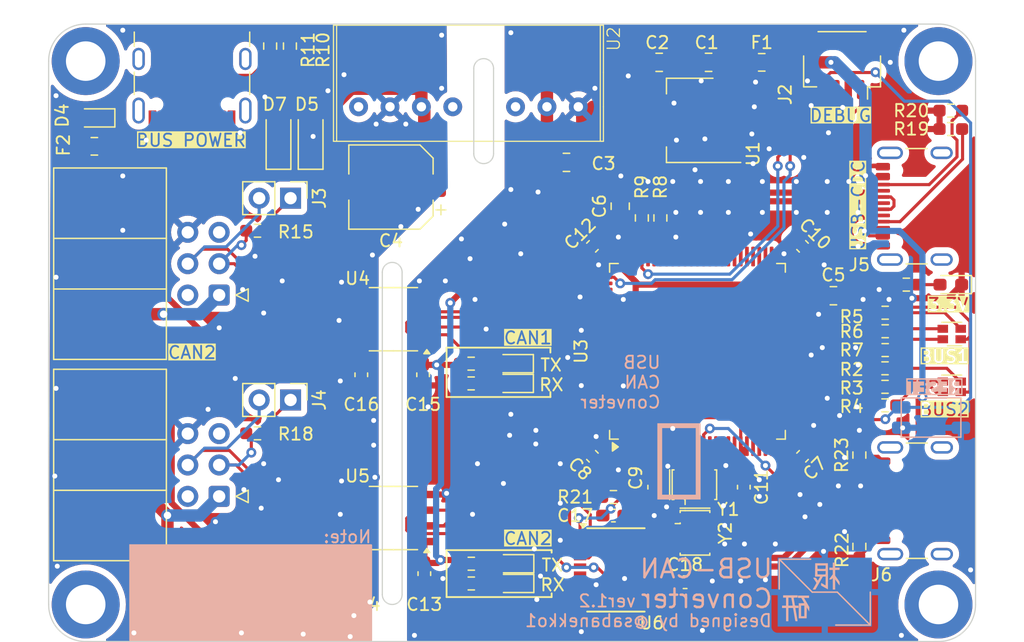
<source format=kicad_pcb>
(kicad_pcb (version 20240108) (generator "pcbnew") (generator_version "8.0")
  (layers (0 "F.Cu" signal) (31 "B.Cu" signal) (34 "B.Paste" user) (35 "F.Paste" user) (36 "B.SilkS" user "B.Silkscreen") (37 "F.SilkS" user "F.Silkscreen") (38 "B.Mask" user) (39 "F.Mask" user) (44 "Edge.Cuts" user))
  (net 0 "")
  (net 1 "GND")
  (net 2 "+3.3V")
  (net 3 "+5V")
  (net 5 "+5VA")
  (net 7 "GND1")
  (net 8 "Net-(D5-A)")
  (net 9 "Net-(D6-A)")
  (net 10 "/CAN1/CAN-TX")
  (net 11 "Net-(D10-A)")
  (net 12 "/CAN1/CAN-RX")
  (net 13 "Net-(D11-A)")
  (net 14 "Net-(D8-A)")
  (net 15 "Net-(J1-CC1)")
  (net 17 "Net-(J1-CC2)")
  (net 20 "/MCU/SWCLK")
  (net 21 "/MCU/SWDIO")
  (net 22 "/MCU/NRST")
  (net 24 "/CAN1/CAN-H")
  (net 25 "/CAN1/CAN-L")
  (net 26 "Net-(C5-Pad1)")
  (net 27 "Net-(C6-Pad1)")
  (net 29 "Net-(J4-Pin_1)")
  (net 30 "Net-(D9-A)")
  (net 31 "Net-(D3-RK)")
  (net 32 "/MCU/USB-D-")
  (net 33 "/MCU/USB-D+")
  (net 34 "Net-(D1-A)")
  (net 36 "Net-(CAN1-Pin_1)")
  (net 37 "Net-(D2-RK)")
  (net 38 "Net-(D2-GK)")
  (net 39 "Net-(D2-BK)")
  (net 40 "Net-(D3-GK)")
  (net 41 "Net-(D3-BK)")
  (net 42 "Net-(D7-A)")
  (net 51 "Net-(J3-Pin_1)")
  (net 53 "Net-(U6-XO)")
  (net 55 "/MCU/LED1-B")
  (net 60 "Net-(U6-XI)")
  (net 61 "Net-(J5-CC2)")
  (net 62 "Net-(J5-CC1)")
  (net 81 "/MCU/LED1-G")
  (net 82 "/MCU/LED1-R")
  (net 83 "/MCU/LED2-B")
  (net 84 "/MCU/LED2-G")
  (net 85 "/MCU/LED2-R")
  (net 96 "Net-(U6-RST#)")
  (net 135 "/CAN2/CAN-L")
  (net 136 "/CAN2/CAN-H")
  (net 137 "/CAN2/CAN-TX")
  (net 138 "/CAN2/CAN-RX")
  (net 139 "Net-(U3-PH1)")
  (net 140 "Net-(U3-PH0)")
  (net 141 "/USB/D+")
  (net 142 "/USB/D-")
  (net 143 "/SUGOI_UART/D+")
  (net 146 "/SUGOI_UART/D-")
  (net 148 "Net-(J6-CC1)")
  (net 152 "Net-(J6-CC2)")
  (net 153 "/MCU/UART4_RX")
  (net 154 "/MCU/UART4_TX")
  (net 155 "/MCU/UART8_TX")
  (net 156 "/MCU/UART8_RX")
  (footprint "Resistor_SMD:R_0603_1608Metric_Pad0.98x0.95mm_HandSolder" (layer "F.Cu") (at 173 57.01 180)
    (property "Reference" "R20")
    (property "Value" "5.1k")
  )
  (footprint "Capacitor_SMD:C_0805_2012Metric_Pad1.18x1.45mm_HandSolder" (layer "F.Cu") (at 163.5 72)
    (property "Reference" "C5")
    (property "Value" "4.7u")
  )
  (footprint "Resistor_SMD:R_0603_1608Metric_Pad0.98x0.95mm_HandSolder" (layer "F.Cu") (at 169.4 71.1)
    (property "Reference" "R1" (hide yes))
    (property "Value" "1k")
  )
  (footprint "LED_SMD:LED_0603_1608Metric_Pad1.05x0.95mm_HandSolder" (layer "F.Cu") (at 137.5625 77.5 180)
    (property "Reference" "D8" (hide yes))
    (property "Value" "LED")
  )
  (footprint "Capacitor_SMD:C_0603_1608Metric_Pad1.08x0.95mm_HandSolder" (layer "F.Cu") (at 130.3 78.4 -90)
    (property "Reference" "C15")
    (property "Value" "0.1u")
  )
  (footprint "Connector_IDC:IDC-Header_2x03_P2.54mm_Horizontal" (layer "F.Cu") (at 113.7975 88.245 180)
    (property "Reference" "CAN1")
    (property "Value" "Conn_02x03_Odd_Even")
  )
  (footprint "Package_SO:SOIC-8_3.9x4.9mm_P1.27mm" (layer "F.Cu") (at 127.9 90 180)
    (property "Reference" "U5")
    (property "Value" "ISO1044")
  )
  (footprint "Resistor_SMD:R_0603_1608Metric_Pad0.98x0.95mm_HandSolder" (layer "F.Cu") (at 113.5875 96.6 180)
    (property "Reference" "R12")
    (property "Value" "1k")
  )
  (footprint "Resistor_SMD:R_0603_1608Metric_Pad0.98x0.95mm_HandSolder" (layer "F.Cu") (at 117.925 51.7825 90)
    (property "Reference" "R11")
    (property "Value" "5.1k")
  )
  (footprint "Resistor_SMD:R_0603_1608Metric_Pad0.98x0.95mm_HandSolder" (layer "F.Cu") (at 165.6 84.9 90)
    (property "Reference" "R23")
    (property "Value" "5.1k")
  )
  (footprint "Connector_USB:USB_C_Receptacle_GCT_USB4105-xx-A_16P_TopMnt_Horizontal" (layer "F.Cu") (at 171.18 64.75 90)
    (property "Reference" "J5")
    (property "Value" "USB_C_Receptacle_USB2.0")
  )
  (footprint "Resistor_SMD:R_0603_1608Metric_Pad0.98x0.95mm_HandSolder" (layer "F.Cu") (at 173 58.5 180)
    (property "Reference" "R19")
    (property "Value" "5.1k")
  )
  (footprint "Resistor_SMD:R_0603_1608Metric_Pad0.98x0.95mm_HandSolder" (layer "F.Cu") (at 167.675 77.875 180)
    (property "Reference" "R2")
    (property "Value" "1k")
  )
  (footprint "LED_SMD:LED_0603_1608Metric_Pad1.05x0.95mm_HandSolder" (layer "F.Cu") (at 137.6 93.7 180)
    (property "Reference" "D10" (hide yes))
    (property "Value" "LED")
  )
  (footprint "Crystal:Resonator_SMD_Murata_CSTxExxV-3Pin_3.0x1.1mm_HandSoldering" (layer "F.Cu") (at 152.25 87.3)
    (property "Reference" "Y1")
    (property "Value" "16MHz")
  )
  (footprint "MountingHole:MountingHole_3.2mm_M3_ISO14580_Pad" (layer "F.Cu") (at 103 53 180)
    (property "Reference" "H4" (hide yes))
    (property "Value" "MountingHole_Pad")
  )
  (footprint "Resistor_SMD:R_0603_1608Metric_Pad0.98x0.95mm_HandSolder" (layer "F.Cu") (at 165.6 92.3 -90)
    (property "Reference" "R22")
    (property "Value" "5.1k")
  )
  (footprint "Capacitor_SMD:C_0603_1608Metric_Pad1.08x0.95mm_HandSolder" (layer "F.Cu") (at 125.4 94.5025 -90)
    (property "Reference" "C14")
    (property "Value" "0.1u")
  )
  (footprint "Capacitor_SMD:C_0603_1608Metric_Pad1.08x0.95mm_HandSolder" (layer "F.Cu") (at 161 85 45)
    (property "Reference" "C7")
    (property "Value" "0.1u")
  )
  (footprint "Resistor_SMD:R_0603_1608Metric_Pad0.98x0.95mm_HandSolder" (layer "F.Cu") (at 149.5 65.7 -90)
    (property "Reference" "R8")
    (property "Value" "22")
  )
  (footprint "Capacitor_SMD:C_0805_2012Metric_Pad1.18x1.45mm_HandSolder" (layer "F.Cu") (at 153.4 53.1 180)
    (property "Reference" "C1")
    (property "Value" "4.7u")
  )
  (footprint "Capacitor_SMD:C_0603_1608Metric_Pad1.08x0.95mm_HandSolder" (layer "F.Cu") (at 156.25 87.5 -90)
    (property "Reference" "C11")
    (property "Value" "0.1u")
  )
  (footprint "Resistor_SMD:R_0603_1608Metric_Pad0.98x0.95mm_HandSolder" (layer "F.Cu") (at 134.2 95.3)
    (property "Reference" "R17" (hide yes))
    (property "Value" "1k")
  )
  (footprint "Diode_SMD:D_0603_1608Metric_Pad1.05x0.95mm_HandSolder" (layer "F.Cu") (at 103.7 57.6 180)
    (property "Reference" "D4")
    (property "Value" "D_TVS")
  )
  (footprint "Resistor_SMD:R_0603_1608Metric_Pad0.98x0.95mm_HandSolder" (layer "F.Cu") (at 167.675 79.375 180)
    (property "Reference" "R3")
    (property "Value" "1k")
  )
  (footprint "Resistor_SMD:R_0603_1608Metric_Pad0.98x0.95mm_HandSolder" (layer "F.Cu") (at 167.6875 76.4 180)
    (property "Reference" "R7")
    (property "Value" "1k")
  )
  (footprint "Package_SO:SSOP-20_4.4x6.5mm_P0.65mm" (layer "F.Cu") (at 145.9 94.2)
    (property "Reference" "U6")
    (property "Value" "CH347T")
  )
  (footprint "Resistor_SMD:R_0603_1608Metric_Pad0.98x0.95mm_HandSolder" (layer "F.Cu") (at 134.1875 79.1)
    (property "Reference" "R14" (hide yes))
    (property "Value" "1k")
  )
  (footprint "Crystal:Resonator_SMD_Murata_CSTxExxV-3Pin_3.0x1.1mm_HandSoldering" (layer "F.Cu") (at 152.3 91.2 -90)
    (property "Reference" "Y2")
    (property "Value" "Resonator")
  )
  (footprint "Package_SO:SOIC-8_3.9x4.9mm_P1.27mm" (layer "F.Cu") (at 127.9 73.9 180)
    (property "Reference" "U4")
    (property "Value" "ISO1044")
  )
  (footprint "LED_SMD:LED_LiteOn_LTST-C19HE1WT" (layer "F.Cu") (at 173.075 79.375 90)
    (property "Reference" "D2" (hide yes))
    (property "Value" "LED_RGBA")
  )
  (footprint "Resistor_SMD:R_0603_1608Metric_Pad0.98x0.95mm_HandSolder" (layer "F.Cu") (at 167.675 80.875 180)
    (property "Reference" "R4")
    (property "Value" "1k")
  )
  (footprint "Diode_SMD:D_SOD-123" (layer "F.Cu") (at 121.2 59.4 90)
    (property "Reference" "D5")
    (property "Value" "D")
  )
  (footprint "Capacitor_SMD:CP_Elec_6.3x7.7" (layer "F.Cu") (at 127.7 63.2 180)
    (property "Reference" "C4")
    (property "Value" "100u")
  )
  (footprint "Resistor_SMD:R_0603_1608Metric_Pad0.98x0.95mm_HandSolder" (layer "F.Cu") (at 148 65.7 -90)
    (property "Reference" "R9")
    (property "Value" "22")
  )
  (footprint "Robocon_Power:MCW03" (layer "F.Cu") (at 145.4 56.7 -90)
    (property "Reference" "U2")
    (property "Value" "MCW03-05S05")
  )
  (footprint "Diode_SMD:D_SOD-123" (layer "F.Cu") (at 118.6 59.4 90)
    (property "Reference" "D7")
    (property "Value" "D")
  )
  (footprint "MountingHole:MountingHole_3.2mm_M3_ISO14580_Pad" (layer "F.Cu") (at 172 97 180)
    (property "Reference" "H1" (hide yes))
    (property "Value" "MountingHole_Pad")
  )
  (footprint "Capacitor_SMD:C_0603_1608Metric_Pad1.08x0.95mm_HandSolder" (layer "F.Cu") (at 144 68 -135)
    (property "Reference" "C12")
    (property "Value" "0.1u")
  )
  (footprint "Capacitor_SMD:C_0603_1608Metric_Pad1.08x0.95mm_HandSolder" (layer "F.Cu") (at 130.4 94.5025 -90)
    (property "Reference" "C13")
    (property "Value" "0.1u")
  )
  (footprint "Capacitor_SMD:C_0603_1608Metric_Pad1.08x0.95mm_HandSolder" (layer "F.Cu") (at 161 68 -45)
    (property "Reference" "C10")
    (property "Value" "0.1u")
  )
  (footprint "Fuse:Fuse_0805_2012Metric_Pad1.15x1.40mm_HandSolder" (layer "F.Cu") (at 103.7 59.9 180)
    (property "Reference" "F2")
    (property "Value" "Polyfuse")
  )
  (footprint "Resistor_SMD:R_0603_1608Metric_Pad0.98x0.95mm_HandSolder" (layer "F.Cu") (at 116.9 66.735 180)
    (property "Reference" "R15")
    (property "Value" "120")
  )
  (footprint "Connector_USB:USB_C_Receptacle_GCT_USB4105-xx-A_16P_TopMnt_Horizontal" (layer "F.Cu") (at 111.6 53.9 180)
    (property "Reference" "J1" (hide yes))
    (property "Value" "USB_C_Receptacle_USB2.0")
  )
  (footprint "Resistor_SMD:R_0603_1608Metric_Pad0.98x0.95mm_HandSolder" (layer "F.Cu") (at 167.6875 73.375 180)
    (property "Reference" "R5")
    (property "Value" "1k")
  )
  (footprint "Capacitor_SMD:C_0805_2012Metric_Pad1.18x1.45mm_HandSolder" (layer "F.Cu") (at 146.25 64.75 90)
    (property "Reference" "C6")
    (property "Value" "4.7u")
  )
  (footprint "Capacitor_SMD:C_0603_1608Metric_Pad1.08x0.95mm_HandSolder" (layer "F.Cu") (at 149 87.5 -90)
    (property "Reference" "C9")
    (property "Value" "0.1u")
  )
  (footprint "Capacitor_SMD:C_0603_1608Metric_Pad1.08x0.95mm_HandSolder" (layer "F.Cu") (at 125.3 78.4 -90)
    (property "Reference" "C16")
    (property "Value" "0.1u")
  )
  (footprint "Package_TO_SOT_SMD:SOT-223-3_TabPin2" (layer "F.Cu") (at 151.9 57.8 180)
    (property "Reference" "U1")
    (property "Value" "TLV1117-33")
  )
  (footprint "Capacitor_SMD:C_0603_1608Metric_Pad1.08x0.95mm_HandSolder" (layer "F.Cu") (at 144 85 135)
    (property "Reference" "C8")
    (property "Value" "0.1u")
  )
  (footprint "Capacitor_SMD:C_0805_2012Metric_Pad1.18x1.45mm_HandSolder" (layer "F.Cu") (at 141.9 61.2)
    (property "Reference" "C3")
    (property "Value" "4.7u")
  )
  (footprint "Resistor_SMD:R_0603_1608Metric_Pad0.98x0.95mm_HandSolder" (layer "F.Cu") (at 134.1875 77.5)
    (property "Reference" "R13" (hide yes))
    (property "Value" "1k")
  )
  (footprint "Resistor_SMD:R_0603_1608Metric_Pad0.98x0.95mm_HandSolder" (layer "F.Cu") (at 167.6875 74.875 180)
    (property "Reference" "R6")
    (property "Value" "1k")
  )
  (footprint "LED_SMD:LED_0603_1608Metric_Pad1.05x0.95mm_HandSolder" (layer "F.Cu") (at 137.6 95.3 180)
    (property "Reference" "D11" (hide yes))
    (property "Value" "LED")
  )
  (footprint "Connector_PinHeader_2.54mm:PinHeader_1x02_P2.54mm_Vertical" (layer "F.Cu") (at 119.575 64.1 -90)
    (property "Reference" "J3")
    (property "Value" "Conn_01x02")
  )
  (footprint "Resistor_SMD:R_0603_1608Metric_Pad0.98x0.95mm_HandSolder" (layer "F.Cu") (at 145.7 88.3)
    (property "Reference" "R21")
    (property "Value" "4.7k")
  )
  (footprint "Connector_IDC:IDC-Header_2x03_P2.54mm_Horizontal" (layer "F.Cu") (at 113.7975 71.945 180)
    (property "Reference" "CAN2")
    (property "Value" "Conn_02x03_Odd_Even")
  )
  (footprint "Connector_PinHeader_2.54mm:PinHeader_1x02_P2.54mm_Vertical" (layer "F.Cu") (at 119.575 80.44 -90)
    (property "Reference" "J4")
    (property "Value" "Conn_01x02")
  )
  (footprint "Connector_USB:USB_C_Receptacle_GCT_USB4105-xx-A_16P_TopMnt_Horizontal" (layer "F.Cu") (at 171.2 88.6 90)
    (property "Reference" "J6")
    (property "Value" "USB_C_Receptacle_USB2.0")
  )
  (footprint "Capacitor_SMD:C_0603_1608Metric_Pad1.08x0.95mm_HandSolder" (layer "F.Cu") (at 151.5 95.2)
    (property "Reference" "C18")
    (property "Value" "0.1u")
  )
  (footprint "Resistor_SMD:R_0603_1608Metric_Pad0.98x0.95mm_HandSolder" (layer "F.Cu") (at 134.2 93.7)
    (property "Reference" "R16" (hide yes))
    (property "Value" "1k")
  )
  (footprint "MountingHole:MountingHole_3.2mm_M3_ISO14580_Pad" (layer "F.Cu") (at 103 97 180)
    (property "Reference" "H3" (hide yes))
    (property "Value" "MountingHole_Pad")
  )
  (footprint "Fuse:Fuse_0805_2012Metric_Pad1.15x1.40mm_HandSolder" (layer "F.Cu") (at 157.7 53.1 180)
    (property "Reference" "F1")
    (property "Value" "Polyfuse")
  )
  (footprint "LED_SMD:LED_0603_1608Metric_Pad1.05x0.95mm_HandSolder" (layer "F.Cu") (at 173 71.1 180)
    (property "Reference" "D1" (hide yes))
    (property "Value" "LED")
  )
  (footprint "MountingHole:MountingHole_3.2mm_M3_ISO14580_Pad" (layer "F.Cu") (at 172 53 180)
    (property "Reference" "H2" (hide yes))
    (property "Value" "MountingHole_Pad")
  )
  (footprint "Connector_JST:JST_SH_SM04B-SRSS-TB_1x04-1MP_P1.00mm_Horizontal" (layer "F.Cu") (at 164.2 53.3 180)
    (property "Reference" "J2")
    (property "Value" "Conn_01x04")
  )
  (footprint "Capacitor_SMD:C_0603_1608Metric_Pad1.08x0.95mm_HandSolder" (layer "F.Cu") (at 145.7 89.8)
    (property "Reference" "C17")
    (property "Value" "0.1u")
  )
  (footprint "Resistor_SMD:R_0603_1608Metric_Pad0.98x0.95mm_HandSolder" (layer "F.Cu") (at 116.9 83.14 180)
    (property "Reference" "R18")
    (property "Value" "120")
  )
  (footprint "LED_SMD:LED_0603_1608Metric_Pad1.05x0.95mm_HandSolder" (layer "F.Cu") (at 110.1875 96.6)
    (property "Reference" "D6")
    (property "Value" "LED")
  )
  (footprint "LED_SMD:LED_LiteOn_LTST-C19HE1WT" (layer "F.Cu") (at 173.075 75.1 90)
    (property "Reference" "D3" (hide yes))
    (property "Value" "LED_RGBA")
  )
  (footprint "Resistor_SMD:R_0603_1608Metric_Pad0.98x0.95mm_HandSolder" (layer "F.Cu") (at 119.525 51.7825 90)
    (property "Reference" "R10")
    (property "Value" "5.1k")
  )
  (footprint "Package_QFP:LQFP-100_14x14mm_P0.5mm" (layer "F.Cu") (at 152.5 76.5 90)
    (property "Reference" "U3")
    (property "Value" "STM32H743VITx")
  )
  (footprint "Capacitor_SMD:C_0805_2012Metric_Pad1.18x1.45mm_HandSolder" (layer "F.Cu") (at 149.4 53.1)
    (property "Reference" "C2")
    (property "Value" "4.7u")
  )
  (footprint "LED_SMD:LED_0603_1608Metric_Pad1.05x0.95mm_HandSolder" (layer "F.Cu") (at 137.5625 79.1 180)
    (property "Reference" "D9" (hide yes))
    (property "Value" "LED")
  )
  (footprint "Robocon_Switch:KMR621NG" (layer "B.Cu") (at 171.4 81.8)
    (property "Reference" "RS1" (hide yes))
    (property "Value" "SW_Push")
  )
  (footprint "Sabanekko_icon:sabanegi" (layer "B.Cu") (at 161.911 92.571 180)
    (property "Reference" "LOGO1" (hide yes))
    (property "Value" "MountingHole_Pad")
  )
  (gr_rect (start 106.6 92.2) (end 126.1 99.9) (stroke (width 0.15)) (fill solid) (layer "B.SilkS"))
  (gr_line (start 132.2 92.6) (end 140.7 92.6) (stroke (width 0.15)) (layer "F.SilkS"))
  (gr_line (start 140.7 96.1) (end 140.7 96.4) (stroke (width 0.15)) (layer "F.SilkS"))
  (gr_line (start 140.7 96.4) (end 132.2 96.4) (stroke (width 0.15)) (layer "F.SilkS"))
  (gr_line (start 132.2 96.4) (end 132.2 92.6) (stroke (width 0.15)) (layer "F.SilkS"))
  (gr_line (start 140.6 76.2) (end 140.6 76.6) (stroke (width 0.15)) (layer "F.SilkS"))
  (gr_line (start 140.6 79.8) (end 140.6 80.2) (stroke (width 0.15)) (layer "F.SilkS"))
  (gr_line (start 140.7 92.6) (end 140.7 92.8) (stroke (width 0.15)) (layer "F.SilkS"))
  (gr_line (start 132.2 76.2) (end 140.6 76.2) (stroke (width 0.15)) (layer "F.SilkS"))
  (gr_line (start 132.2 76.5) (end 132.2 76.2) (stroke (width 0.15)) (layer "F.SilkS"))
  (gr_line (start 140.6 80.2) (end 132.2 80.2) (stroke (width 0.15)) (layer "F.SilkS"))
  (gr_line (start 132.2 80.2) (end 132.2 76.5) (stroke (width 0.15)) (layer "F.SilkS"))
  (gr_line (start 134.4 60.5) (end 134.4 53.6) (stroke (width 0.1)) (layer "Edge.Cuts"))
  (gr_arc (start 134.4 53.6) (mid 135.2 52.8) (end 136 53.6) (stroke (width 0.1)) (layer "Edge.Cuts"))
  (gr_line (start 128.6 70.1) (end 128.6 96.2) (stroke (width 0.1)) (layer "Edge.Cuts"))
  (gr_line (start 127 70.1) (end 127 96.2) (stroke (width 0.1)) (layer "Edge.Cuts"))
  (gr_arc (start 128.6 96.2) (mid 127.8 97) (end 127 96.2) (stroke (width 0.1)) (layer "Edge.Cuts"))
  (gr_line (start 175 97) (end 175 53) (stroke (width 0.1)) (layer "Edge.Cuts"))
  (gr_line (start 136 53.6) (end 136 60.5) (stroke (width 0.1)) (layer "Edge.Cuts"))
  (gr_arc (start 136 60.5) (mid 135.2 61.3) (end 134.4 60.5) (stroke (width 0.1)) (layer "Edge.Cuts"))
  (gr_arc (start 100 53) (mid 100.87868 50.87868) (end 103 50) (stroke (width 0.1)) (layer "Edge.Cuts"))
  (gr_arc (start 172 50) (mid 174.12132 50.87868) (end 175 53) (stroke (width 0.1)) (layer "Edge.Cuts"))
  (gr_line (start 103 100) (end 172 100) (stroke (width 0.1)) (layer "Edge.Cuts"))
  (gr_arc (start 175 97) (mid 174.12132 99.12132) (end 172 100) (stroke (width 0.1)) (layer "Edge.Cuts"))
  (gr_arc (start 127 70.1) (mid 127.8 69.3) (end 128.6 70.1) (stroke (width 0.1)) (layer "Edge.Cuts"))
  (gr_line (start 172 50) (end 103 50) (stroke (width 0.1)) (layer "Edge.Cuts"))
  (gr_arc (start 103 100) (mid 100.87868 99.12132) (end 100 97) (stroke (width 0.1)) (layer "Edge.Cuts"))
  (gr_line (start 100 53) (end 100 97) (stroke (width 0.1)) (layer "Edge.Cuts"))
  (gr_text "Note:" (at 126.2 92.1 0) (layer "B.SilkS") (effects (font (size 1 1)) (justify left bottom mirror)))
  (gr_text "USB-CAN\nConverter" (at 158.7 97.4 0) (layer "B.SilkS") (effects (font (size 1.5 1.5) (thickness 0.2)) (justify left bottom mirror)))
  (gr_text "馬" (at 153.1 88.1 0) (layer "B.SilkS") (effects (font (size 5 5)) (justify left bottom mirror)))
  (gr_text "ver1.2" (at 147.6 97.3 0) (layer "B.SilkS") (effects (font (size 1 1)) (justify left bottom mirror)))
  (gr_text "RESET" (at 174.1 80 -0) (layer "B.SilkS" knockout) (effects (font (size 1 1)) (justify left bottom mirror)))
  (gr_text "USB\nCAN\nConveter" (at 149.6 81.2 0) (layer "B.SilkS") (effects (font (size 1 1)) (justify left bottom mirror)))
  (gr_text "Designed by @sabanekko1" (at 158.6 98.9 0) (layer "B.SilkS") (effects (font (size 1 1)) (justify left bottom mirror)))
  (gr_text "DEBUG" (at 161.5 58 0) (layer "F.SilkS" knockout) (effects (font (size 1 1)) (justify left bottom)))
  (gr_text "TX" (at 139.7 78.2 0) (layer "F.SilkS") (effects (font (size 1 1)) (justify left bottom)))
  (gr_text "RX" (at 139.7 96 0) (layer "F.SilkS") (effects (font (size 1 1)) (justify left bottom)))
  (gr_text "BUS POWER" (at 108.8 99.2 0) (layer "F.SilkS" knockout) (effects (font (size 1 1)) (justify left bottom)))
  (gr_text "CAN2" (at 136.75 92.25 0) (layer "F.SilkS" knockout) (effects (font (size 1 1)) (justify left bottom)))
  (gr_text "BUS POWER" (at 107 60 0) (layer "F.SilkS" knockout) (effects (font (size 1 1)) (justify left bottom)))
  (gr_text "TX" (at 139.8 94.4 0) (layer "F.SilkS") (effects (font (size 1 1)) (justify left bottom)))
  (gr_text "BUS1" (at 170.4 77.5 0) (layer "F.SilkS" knockout) (effects (font (size 1 1)) (justify left bottom)))
  (gr_text "3.3V" (at 174.5 73.3 0) (layer "F.SilkS" knockout) (effects (font (size 1 1)) (justify right bottom)))
  (gr_text "RX" (at 139.6 79.8 0) (layer "F.SilkS") (effects (font (size 1 1)) (justify left bottom)))
  (gr_text "CAN1" (at 136.75 76 0) (layer "F.SilkS" knockout) (effects (font (size 1 1)) (justify left bottom)))
  (gr_text "USB-CDC" (at 166.095797 68.392297 90) (layer "F.SilkS" knockout) (effects (font (size 1 1)) (justify left bottom)))
  (gr_text "BUS2" (at 170.4 81.8 0) (layer "F.SilkS" knockout) (effects (font (size 1 1)) (justify left bottom)))
  (segment (start 161.60988 84.39012) (end 161.60988 83.93488) (width 0.25) (layer "F.Cu") (net 1))
  (segment (start 173.875 71.1) (end 172.775 72.2) (width 0.5) (layer "F.Cu") (net 1))
  (segment (start 161.8299 71) (end 161.8799 70.95) (width 0.25) (layer "F.Cu") (net 1))
  (segment (start 130 70.8) (end 130.275 70.775) (width 0.25) (layer "F.Cu") (net 1))
  (segment (start 164.7 56.3) (end 164.25 56.75) (width 0.25) (layer "F.Cu") (net 1))
  (segment (start 130.25 70.75) (end 130 70.8) (width 0.25) (layer "F.Cu") (net 1))
  (segment (start 139.425 82.9) (end 139.425 82.661828) (width 0.5) (layer "F.Cu") (net 1))
  (segment (start 144.825 79.5) (end 146.3 79.5) (width 0.25) (layer "F.Cu") (net 1))
  (segment (start 150.4375 53.1) (end 152.3625 53.1) (width 1) (layer "F.Cu") (net 1))
  (segment (start 165.55 67.95) (end 165.5 68) (width 0.25) (layer "F.Cu") (net 1))
  (segment (start 167.12 85) (end 164.5 85) (width 0.25) (layer "F.Cu") (net 1))
  (segment (start 161.8799 70.95) (end 163.4875 70.95) (width 0.25) (layer "F.Cu") (net 1))
  (segment (start 160.175 71) (end 161.8299 71) (width 0.25) (layer "F.Cu") (net 1))
  (segment (start 143.39012 84.39012) (end 143.39012 84.30988) (width 0.25) (layer "F.Cu") (net 1))
  (segment (start 146.1 67.25) (end 146.292764 67.25) (width 0.25) (layer "F.Cu") (net 1))
  (segment (start 143.325 79.5) (end 144.825 79.5) (width 0.25) (layer "F.Cu") (net 1))
  (segment (start 152.3 89.425) (end 152.25 89.375) (width 0.25) (layer "F.Cu") (net 1))
  (segment (start 151 84.175) (end 151 83.25) (width 0.25) (layer "F.Cu") (net 1))
  (segment (start 145.692764 82) (end 146.5 81.192764) (width 0.25) (layer "F.Cu") (net 1))
  (segment (start 139.416772 82.908228) (end 139.425 82.9) (width 0.5) (layer "F.Cu") (net 1))
  (segment (start 143.1 79.275) (end 143.325 79.5) (width 0.25) (layer "F.Cu") (net 1))
  (segment (start 147.975 92.5) (end 147.975 90.825) (width 0.25) (layer "F.Cu") (net 1))
  (segment (start 142.811828 79.275) (end 143.1 79.275) (width 0.5) (layer "F.Cu") (net 1))
  (segment (start 139.425 82.661828) (end 142.811828 79.275) (width 0.5) (layer "F.Cu") (net 1))
  (segment (start 161.60988 83.93488) (end 160.175 82.5) (width 0.25) (layer "F.Cu") (net 1))
  (segment (start 150.325 89.425) (end 150 89.1) (width 0.25) (layer "F.Cu") (net 1))
  (segment (start 147.975 90.825) (end 149 89.8) (width 0.25) (layer "F.Cu") (net 1))
  (segment (start 147 67.957236) (end 147 68.825) (width 0.25) (layer "F.Cu") (net 1))
  (segment (start 148.8 92.575) (end 148.05 92.575) (width 0.25) (layer "F.Cu") (net 1))
  (segment (start 165.799695 61.55) (end 167.5 61.55) (width 0.25) (layer "F.Cu") (net 1))
  (segment (start 163.4875 70.95) (end 164.5375 72) (width 0.25) (layer "F.Cu") (net 1))
  (segment (start 155.5 85.042764) (end 154.792764 85.75) (width 0.25) (layer "F.Cu") (net 1))
  (segment (start 152.3 89.425) (end 150.325 89.425) (width 0.25) (layer "F.Cu") (net 1))
  (segment (start 130.275 71.995) (end 130.275 70.775) (width 0.25) (layer "F.Cu") (net 1))
  (segment (start 167.52 85.4) (end 167.12 85) (width 0.25) (layer "F.Cu") (net 1))
  (segment (start 164.7 55.3) (end 164.7 56.3) (width 0.25) (layer "F.Cu") (net 1))
  (segment (start 139.416772 84.002549) (end 139.416772 82.908228) (width 0.5) (layer "F.Cu") (net 1))
  (segment (start 154.75 85.75) (end 154.792764 85.75) (width 0.25) (layer "F.Cu") (net 1))
  (segment (start 172.775 72.2) (end 169.85 72.2) (width 0.5) (layer "F.Cu") (net 1))
  (segment (start 167.5 67.95) (end 165.55 67.95) (width 0.25) (layer "F.Cu") (net 1))
  (segment (start 143.18 57.556) (end 143.18 60.9575) (width 1) (layer "F.Cu") (net 1))
  (segment (start 167.52 91.8) (end 166.945001 91.8) (width 0.25) (layer "F.Cu") (net 1))
  (segment (start 146.3 79.5) (end 146.5 79.3) (width 0.25) (layer "F.Cu") (net 1))
  (segment (start 165.6 93.145001) (end 165.6 93.2125) (width 0.25) (layer "F.Cu") (net 1))
  (segment (start 155.5 84.175) (end 155.5 85.042764) (width 0.25) (layer "F.Cu") (net 1))
  (segment (start 164.5 85) (end 164.4 85.1) (width 0.25) (layer "F.Cu") (net 1))
  (segment (start 164.75 62.75) (end 164.75 62.599695) (width 0.25) (layer "F.Cu") (net 1))
  (segment (start 152.25 89.375) (end 152.25 87.5) (width 0.25) (layer "F.Cu") (net 1))
  (segment (start 148.05 92.575) (end 147.975 92.5) (width 0.25) (layer "F.Cu") (net 1))
  (segment (start 144.825 82) (end 145.692764 82) (width 0.25) (layer "F.Cu") (net 1))
  (segment (start 143.39012 84.30988) (end 144.3 83.4) (width 0.25) (layer "F.Cu") (net 1))
  (segment (start 144.036 56.7) (end 143.18 57.556) (width 1) (layer "F.Cu") (net 1))
  (segment (start 154.6 89) (end 154.175 89.425) (width 0.25) (layer "F.Cu") (net 1))
  (segment (start 166.945001 91.8) (end 165.6 93.145001) (width 0.25) (layer "F.Cu") (net 1))
  (segment (start 164.75 62.599695) (end 165.799695 61.55) (width 0.25) (layer "F.Cu") (net 1))
  (segment (start 146.5 81.192764) (end 146.5 79.3) (width 0.25) (layer "F.Cu") (net 1))
  (segment (start 146.292764 67.25) (end 147 67.957236) (width 0.25) (layer "F.Cu") (net 1))
  (segment (start 143.18 60.9575) (end 142.9375 61.2) (width 1) (layer "F.Cu") (net 1))
  (segment (start 154.175 89.425) (end 152.3 89.425) (width 0.25) (layer "F.Cu") (net 1))
  (segment (start 151 83.25) (end 150.5 82.75) (width 0.25) (layer "F.Cu") (net 1))
  (via (at 130 70.8) (size 0.8) (drill 0.4) (layers "F.Cu" "B.Cu") (net 1))
  (via (at 157.2 54.7) (size 0.8) (drill 0.4) (layers "F.Cu" "B.Cu") (net 1))
  (via (at 165.5 65.25) (size 0.8) (drill 0.4) (layers "F.Cu" "B.Cu") (net 1))
  (via (at 148.5 62.75) (size 0.8) (drill 0.4) (layers "F.Cu" "B.Cu") (net 1))
  (via (at 146.1 67.25) (size 0.8) (drill 0.4) (layers "F.Cu" "B.Cu") (net 1))
  (via (at 163 65.25) (size 0.8) (drill 0.4) (layers "F.Cu" "B.Cu") (net 1))
  (via (at 132.1 70.8) (size 0.8) (drill 0.4) (layers "F.Cu" "B.Cu") (net 1))
  (via (at 163 62.75) (size 0.8) (drill 0.4) (layers "F.Cu" "B.Cu") (net 1))
  (via (at 155 62.75) (size 0.8) (drill 0.4) (layers "F.Cu" "B.Cu") (net 1))
  (via (at 146.1 86.1) (size 0.8) (drill 0.4) (layers "F.Cu" "B.Cu") (net 1))
  (via (at 160.5 65.25) (size 0.8) (drill 0.4) (layers "F.Cu" "B.Cu") (net 1))
  (via (at 161.9 82.5) (size 0.8) (drill 0.4) (layers "F.Cu" "B.Cu") (net 1))
  (via (at 150.5 62.75) (size 0.8) (drill 0.4) (layers "F.Cu" "B.Cu") (net 1))
  (via (at 163 80.3) (size 0.8) (drill 0.4) (layers "F.Cu" "B.Cu") (net 1))
  (via (at 152.75 62.75) (size 0.8) (drill 0.4) (layers "F.Cu" "B.Cu") (net 1))
  (via (at 134.5 72.3) (size 0.8) (drill 0.4) (layers "F.Cu" "B.Cu") (net 1))
  (via (at 136.8 87.2) (size 0.8) (drill 0.4) (layers "F.Cu" "B.Cu") (net 1))
  (via (at 162.7 92.7) (size 0.8) (drill 0.4) (layers "F.Cu" "B.Cu") (net 1))
  (via (at 155 65.25) (size 0.8) (drill 0.4) (layers "F.Cu" "B.Cu") (net 1))
  (via (at 142 77) (size 0.8) (drill 0.4) (layers "F.Cu" "B.Cu") (net 1))
  (via (at 152.3 61.8) (size 0.8) (drill 0.4) (layers "F.Cu" "B.Cu") (net 1))
  (via (at 135.4 74.7) (size 0.8) (drill 0.4) (layers "F.Cu" "B.Cu") (net 1))
  (via (at 158.3 60.1) (size 0.8) (drill 0.4) (layers "F.Cu" "B.Cu") (net 1))
  (via (at 174.6 94.2) (size 0.8) (drill 0.4) (layers "F.Cu" "B.Cu") (net 1))
  (via (at 164.4 85.1) (size 0.8) (drill 0.4) (layers "F.Cu" "B.Cu") (net 1))
  (via (at 157.75 65.25) (size 0.8) (drill 0.4) (layers "F.Cu" "B.Cu") (net 1))
  (via (at 146.3 62.3) (size 0.8) (drill 0.4) (layers "F.Cu" "B.Cu") (net 1))
  (via (at 169 99.5) (size 0.8) (drill 0.4) (layers "F.Cu" "B.Cu") (net 1))
  (via (at 146.5 72.3) (size 0.8) (drill 0.4) (layers "F.Cu" "B.Cu") (net 1))
  (via (at 143.1 74.8) (size 0.8) (drill 0.4) (layers "F.Cu" "B.Cu") (net 1))
  (via (at 157.5 88.25) (size 0.8) (drill 0.4) (layers "F.Cu" "B.Cu") (net 1))
  (via (at 136.9 66.2) (size 0.8) (drill 0.4) (layers "F.Cu" "B.Cu") (net 1))
  (via (at 154.7 90.6) (size 0.8) (drill 0.4) (layers "F.Cu" "B.Cu") (net 1))
  (via (at 144.3 83.4) (size 0.8) (drill 0.4) (layers "F.Cu" "B.Cu") (net 1))
  (via (at 161.2 89.9) (size 0.8) (drill 0.4) (layers "F.Cu" "B.Cu") (net 1))
  (via (at 162.3 73.5) (size 0.8) (drill 0.4) (layers "F.Cu" "B.Cu") (net 1))
  (via (at 157.1 56.7) (size 0.8) (drill 0.4) (layers "F.Cu" "B.Cu") (net 1))
  (via (at 143.1 99.2) (size 0.8) (drill 0.4) (layers "F.Cu" "B.Cu") (net 1))
  (via (at 162.6 76.2) (size 0.8) (drill 0.4) (layers "F.Cu" "B.Cu") (net 1))
  (via (at 141.4 85.6) (size 0.8) (drill 0.4) (layers "F.Cu" "B.Cu") (net 1))
  (via (at 129.6 99.5) (size 0.8) (drill 0.4) (layers "F.Cu" "B.Cu") (net 1))
  (via (at 150.75 65.25) (size 0.8) (drill 0.4) (layers "F.Cu" "B.Cu") (net 1))
  (via (at 141.4 88.8) (size 0.8) (drill 0.4) (layers "F.Cu" "B.Cu") (net 1))
  (via (at 156 95.1) (size 0.8) (drill 0.4) (layers "F.Cu" "B.Cu") (net 1))
  (via (at 169.1 82.7) (size 0.8) (drill 0.4) (layers "F.Cu" "B.Cu") (net 1))
  (via (at 161.4 54.6) (size 0.8) (drill 0.4) (layers "F.Cu" "B.Cu") (net 1))
  (via (at 141.4 91.8) (size 0.8) (drill 0.4) (layers "F.Cu" "B.Cu") (net 1))
  (via (at 144.3 95.4) (size 0.8) (drill 0.4) (layers "F.Cu" "B.Cu") (net 1))
  (via (at 163.1 58.8) (size 0.8) (drill 0.4) (layers "F.Cu" "B.Cu") (net 1))
  (via (at 144.5 69.5) (size 0.8) (drill 0.4) (layers "F.Cu" "B.Cu") (net 1))
  (via (at 143 72.1) (size 0.8) (drill 0.4) (layers "F.Cu" "B.Cu") (net 1))
  (via (at 133.4 67.4) (size 0.8) (drill 0.4) (layers "F.Cu" "B.Cu") (net 1))
  (via (at 156.8 67) (size 0.8) (drill 0.4) (layers "F.Cu" "B.Cu") (net 1))
  (via (at 137.4 50.7) (size 0.8) (drill 0.4) (layers "F.Cu" "B.Cu") (net 1))
  (via (at 139.5 96.6) (size 0.8) (drill 0.4) (layers "F.Cu" "B.Cu") (net 1))
  (via (at 165.7 87.4) (size 0.8) (drill 0.4) (layers "F.Cu" "B.Cu") (net 1))
  (via (at 168.1 53.1) (size 0.8) (drill 0.4) (layers "F.Cu" "B.Cu") (net 1))
  (via (at 153.7 95.1) (size 0.8) (drill 0.4) (layers "F.Cu" "B.Cu") (net 1))
  (via (at 150.75 67.25) (size 0.8) (drill 0.4) (layers "F.Cu" "B.Cu") (net 1))
  (via (at 134.7 85.6) (size 0.8) (drill 0.4) (layers "F.Cu" "B.Cu") (net 1))
  (via (at 134.1 69) (size 0.8) (drill 0.4) (layers "F.Cu" "B.Cu") (net 1))
  (via (at 164.25 56.75) (size 0.8) (drill 0.4) (layers "F.Cu" "B.Cu") (net 1))
  (via (at 165.5 77.6) (size 0.8) (drill 0.4) (layers "F.Cu" "B.Cu") (net 1))
  (via (at 164.4 91.1) (size 0.8) (drill 0.4) (layers "F.Cu" "B.Cu") (net 1))
  (via (at 137.4 63.4) (size 0.8) (drill 0.4) (layers "F.Cu" "B.Cu") (net 1))
  (via (at 146.6 94.9) (size 0.8) (drill 0.4) (layers "F.Cu" "B.Cu") (net 1))
  (via (at 157.75 62.75) (size 0.8) (drill 0.4) (layers "F.Cu" "B.Cu") (net 1))
  (via (at 150.6 56.4) (size 0.8) (drill 0.4) (layers "F.Cu" "B.Cu") (net 1))
  (via (at 164.75 62.75) (size 0.8) (drill 0.4) (layers "F.Cu" "B.Cu") (net 1))
  (via (at 162.4 88.9) (size 0.8) (drill 0.4) (layers "F.Cu" "B.Cu") (net 1))
  (via (at 159.5 68.6) (size 0.8) (drill 0.4) (layers "F.Cu" "B.Cu") (net 1))
  (via (at 144.2 55.2) (size 0.8) (drill 0.4) (layers "F.Cu" "B.Cu") (net 1))
  (via (at 169.85 72.2) (size 0.8) (drill 0.4) (layers "F.Cu" "B.Cu") (net 1))
  (via (at 150 89.1) (size 0.8) (drill 0.4) (layers "F.Cu" "B.Cu") (net 1))
  (via (at 156.3 92.1) (size 0.8) (drill 0.4) (layers "F.Cu" "B.Cu") (net 1))
  (via (at 163.9 87.4) (size 0.8) (drill 0.4) (layers "F.Cu" "B.Cu") (net 1))
  (via (at 139.425 82.9) (size 0.8) (drill 0.4) (layers "F.Cu" "B.Cu") (net 1))
  (via (at 157 61.3) (size 0.8) (drill 0.4) (layers "F.Cu" "B.Cu") (net 1))
  (via (at 137.3 83.3) (size 0.8) (drill 0.4) (layers "F.Cu" "B.Cu") (net 1))
  (via (at 165.5 68) (size 0.8) (drill 0.4) (layers "F.Cu" "B.Cu") (net 1))
  (via (at 157.5 86.9) (size 0.8) (drill 0.4) (layers "F.Cu" "B.Cu") (net 1))
  (via (at 158.8 92.1) (size 0.8) (drill 0.4) (layers "F.Cu" "B.Cu") (net 1))
  (via (at 139.6 63.6) (size 0.8) (drill 0.4) (layers "F.Cu" "B.Cu") (net 1))
  (via (at 134.3 89.7) (size 0.8) (drill 0.4) (layers "F.Cu" "B.Cu") (net 1))
  (via (at 165.9 72.3) (size 0.8) (drill 0.4) (layers "F.Cu" "B.Cu") (net 1))
  (via (at 165.6 82.9) (size 0.8) (drill 0.4) (layers "F.Cu" "B.Cu") (net 1))
  (via (at 164 81.7) (size 0.8) (drill 0.4) (layers "F.Cu" "B.Cu") (net 1))
  (via (at 153.1 59.3) (size 0.8) (drill 0.4) (layers "F.Cu" "B.Cu") (net 1))
  (via (at 160.8 88.1) (size 0.8) (drill 0.4) (layers "F.Cu" "B.Cu") (net 1))
  (via (at 161.7 76.8) (size 0.8) (drill 0.4) (layers "F.Cu" "B.Cu") (net 1))
  (via (at 167.2 71.5) (size 0.8) (drill 0.4) (layers "F.Cu" "B.Cu") (net 1))
  (via (at 138.2 68.6) (size 0.8) (drill 0.4) (layers "F.Cu" "B.Cu") (net 1))
  (via (at 137.4 81.6) (size 0.8) (drill 0.4) (layers "F.Cu" "B.Cu") (net 1))
  (via (at 154.7 92.1) (size 0.8) (drill 0.4) (layers "F.Cu" "B.Cu") (net 1))
  (via (at 146.9 54.2) (size 0.8) (drill 0.4) (layers "F.Cu" "B.Cu") (net 1))
  (via (at 139.416772 84.002549) (size 0.8) (drill 0.4) (layers "F.Cu" "B.Cu") (net 1))
  (via (at 168 72.3) (size 0.8) (drill 0.4) (layers "F.Cu" "B.Cu") (net 1))
  (via (at 152.9 99.1) (size 0.8) (drill 0.4) (layers "F.Cu" "B.Cu") (net 1))
  (via (at 161.1 60.8) (size 0.8) (drill 0.4) (layers "F.Cu" "B.Cu") (net 1))
  (via (at 158 95) (size 0.8) (drill 0.4) (layers "F.Cu" "B.Cu") (net 1))
  (via (at 152.8 54.6) (size 0.8) (drill 0.4) (layers "F.Cu" "B.Cu") (net 1))
  (via (at 150.1 85.8) (size 0.8) (drill 0.4) (layers "F.Cu" "B.Cu") (net 1))
  (via (at 169.2 50.5) (size 0.8) (drill 0.4) (layers "F.Cu" "B.Cu") (net 1))
  (via (at 161.7 56.6) (size 0.8) (drill 0.4) (layers "F.Cu" "B.Cu") (net 1))
  (via (at 162.75 69.5) (size 0.8) (drill 0.4) (layers "F.Cu" "B.Cu") (net 1))
  (via (at 146.5 79.3) (size 0.8) (drill 0.4) (layers "F.Cu" "B.Cu") (net 1))
  (via (at 160.5 62.75) (size 0.8) (drill 0.4) (layers "F.Cu" "B.Cu") (net 1))
  (via (at 132.2 88) (size 0.8) (drill 0.4) (layers "F.Cu" "B.Cu") (net 1))
  (via (at 165.3 76.2) (size 0.8) (drill 0.4) (layers "F.Cu" "B.Cu") (net 1))
  (via (at 156.9 58.9) (size 0.8) (drill 0.4) (layers "F.Cu" "B.Cu") (net 1))
  (via (at 154.792764 85.75) (size 0.8) (drill 0.4) (layers "F.Cu" "B.Cu") (net 1))
  (via (at 130.7 81) (size 0.8) (drill 0.4) (layers "F.Cu" "B.Cu") (net 1))
  (via (at 143.1 79.275) (size 0.8) (drill 0.4) (layers "F.Cu" "B.Cu") (net 1))
  (via (at 131.9 94.9) (size 0.8) (drill 0.4) (layers "F.Cu" "B.Cu") (net 1))
  (via (at 154.6 89) (size 0.8) (drill 0.4) (layers "F.Cu" "B.Cu") (net 1))
  (via (at 165.4 81) (size 0.8) (drill 0.4) (layers "F.Cu" "B.Cu") (net 1))
  (via (at 149 89.8) (size 0.8) (drill 0.4) (layers "F.Cu" "B.Cu") (net 1))
  (via (at 139.8 94.7) (size 0.8) (drill 0.4) (layers "F.Cu" "B.Cu") (net 1))
  (via (at 150.5 82.75) (size 0.8) (drill 0.4) (layers "F.Cu" "B.Cu") (net 1))
  (via (at 150.8 59.4) (size 0.8) (drill 0.4) (layers "F.Cu" "B.Cu") (net 1))
  (via (at 152.75 65.25) (size 0.8) (drill 0.4) (layers "F.Cu" "B.Cu") (net 1))
  (via (at 139.3 92.5) (size 0.8) (drill 0.4) (layers "F.Cu" "B.Cu") (net 1))
  (segment (start 148.3625 57.4125) (end 148.75 57.8) (width 1) (layer "F.Cu") (net 2))
  (segment (start 144.60988 84.39012) (end 144.60988 85.60988) (width 0.5) (layer "F.Cu") (net 2))
  (segment (start 151.5 82) (end 151.25 81.75) (width 0.25) (layer "F.Cu") (net 2))
  (segment (start 146.4 69.769542) (end 147.730458 71.1) (width 0.5) (layer "F.Cu") (net 2))
  (segment (start 144.60988 85.60988) (end 144.60988 88.12238) (width 0.5) (layer "F.Cu") (net 2))
  (segment (start 174.55 75.3) (end 174.55 74.075) (width 0.25) (layer "F.Cu") (net 2))
  (segment (start 130.4 91.9325) (end 130.375 91.9075) (width 0.5) (layer "F.Cu") (net 2))
  (segment (start 156 84.175) (end 156 82) (width 0.25) (layer "F.Cu") (net 2))
  (segment (start 151.5 84.175) (end 151.5 82) (width 0.25) (layer "F.Cu") (net 2))
  (segment (start 147.5 70.869542) (end 146.4 69.769542) (width 0.5) (layer "F.Cu") (net 2))
  (segment (start 160.2 70.375) (end 166.9625 70.375) (width 0.5) (layer "F.Cu") (net 2))
  (segment (start 131.4 77.6) (end 130.3625 77.6) (width 0.5) (layer "F.Cu") (net 2))
  (segment (start 148.25 81.75) (end 148.5 81.75) (width 0.5) (layer "F.Cu") (net 2))
  (segment (start 133.175 77.6) (end 133.275 77.5) (width 0.5) (layer "F.Cu") (net 2))
  (segment (start 137.68488 67.39012) (end 132.5 72.575) (width 0.5) (layer "F.Cu") (net 2))
  (segment (start 174.55 74.075) (end 173.4 72.925) (width 0.25) (layer "F.Cu") (net 2))
  (segment (start 130.3 75.83) (end 130.275 75.805) (width 0.5) (layer "F.Cu") (net 2))
  (segment (start 131.46 93.64) (end 131.7 93.4) (width 0.5) (layer "F.Cu") (net 2))
  (segment (start 147.375 87.375) (end 147.55 87.55) (width 0.5) (layer "F.Cu") (net 2))
  (segment (start 147.25 81.75) (end 148.5 81.75) (width 0.5) (layer "F.Cu") (net 2))
  (segment (start 146.4 69.75) (end 146.4 69.769542) (width 0.5) (layer "F.Cu") (net 2))
  (segment (start 158.925 81.925) (end 158.75 81.75) (width 0.5) (layer "F.Cu") (net 2))
  (segment (start 145.7125 87.375) (end 147.375 87.375) (width 0.5) (layer "F.Cu") (net 2))
  (segment (start 158.925 82.5) (end 158.925 82.794542) (width 0.5) (layer "F.Cu") (net 2))
  (segment (start 148.077082 95.175) (end 148.8 95.175) (width 0.5) (layer "F.Cu") (net 2))
  (segment (start 149 82.5) (end 149 84.175) (width 0.25) (layer "F.Cu") (net 2))
  (segment (start 174.55 75.3) (end 174.55 79.725) (width 0.25) (layer "F.Cu") (net 2))
  (segment (start 147.25 81.75) (end 147.5 81.5) (width 0.5) (layer "F.Cu") (net 2))
  (segment (start 130.3 77.5375) (end 130.3 75.83) (width 0.5) (layer "F.Cu") (net 2))
  (segment (start 132.9875 93.4) (end 133.2875 93.7) (width 0.5) (layer "F.Cu") (net 2))
  (segment (start 133.075 79.3) (end 133.275 79.1) (width 0.25) (layer "F.Cu") (net 2))
  (segment (start 146.269542 82.6) (end 144.825 82.6) (width 0.5) (layer "F.Cu") (net 2))
  (segment (start 133.2875 93.7) (end 133.2875 95.3) (width 0.5) (layer "F.Cu") (net 2))
  (segment (start 144.60988 61.94012) (end 144.60988 67.39012) (width 1) (layer "F.Cu") (net 2))
  (segment (start 159.1 70.4) (end 160.39012 69.10988) (width 0.5) (layer "F.Cu") (net 2))
  (segment (start 158.4 71.1) (end 159.1 70.4) (width 0.5) (layer "F.Cu") (net 2))
  (segment (start 146.4 82.6) (end 147.25 81.75) (width 0.5) (layer "F.Cu") (net 2))
  (segment (start 173.8 75.525) (end 174.325 75.525) (width 0.25) (layer "F.Cu") (net 2))
  (segment (start 147.730458 71.1) (end 158.4 71.1) (width 0.5) (layer "F.Cu") (net 2))
  (segment (start 147.55 90.328854) (end 147.4 90.478854) (width 0.5) (layer "F.Cu") (net 2))
  (segment (start 167.7625 70.375) (end 168.4875 71.1) (width 0.5) (layer "F.Cu") (net 2))
  (segment (start 147.4 94.497918) (end 148.077082 95.175) (width 0.5) (layer "F.Cu") (net 2))
  (segment (start 150.6125 95.175) (end 150.6375 95.2) (width 0.5) (layer "F.Cu") (net 2))
  (segment (start 168.725 72.125) (end 168.725 71.999695) (width 0.25) (layer "F.Cu") (net 2))
  (segment (start 155.05 57.8) (end 148.75 57.8) (width 1) (layer "F.Cu") (net 2))
  (segment (start 169.525 72.925) (end 168.725 72.125) (width 0.25) (layer "F.Cu") (net 2))
  (segment (start 174.325 75.525) (end 174.55 75.3) (width 0.25) (layer "F.Cu") (net 2))
  (segment (start 131.7 93.4) (end 132.9875 93.4) (width 0.5) (layer "F.Cu") (net 2))
  (segment (start 147.5 81.5) (end 147.5 70.869542) (width 0.5) (layer "F.Cu") (net 2))
  (segment (start 146.4 82.6) (end 144.60988 84.39012) (width 0.5) (layer "F.Cu") (net 2))
  (segment (start 173.4 72.925) (end 169.525 72.925) (width 0.25) (layer "F.Cu") (net 2))
  (segment (start 148.5 81.75) (end 155.75 81.75) (width 0.5) (layer "F.Cu") (net 2))
  (segment (start 130.4 93.64) (end 131.46 93.64) (width 0.5) (layer "F.Cu") (net 2))
  (segment (start 131.4 77.6) (end 133.175 77.6) (width 0.5) (layer "F.Cu") (net 2))
  (segment (start 146.4 69.18024) (end 146.4 69.75) (width 0.5) (layer "F.Cu") (net 2))
  (segment (start 144.7875 88.3) (end 145.7125 87.375) (width 0.5) (layer "F.Cu") (net 2))
  (segment (start 144.60988 88.12238) (end 144.7875 88.3) (width 0.5) (layer "F.Cu") (net 2))
  (segment (start 158.925 82.5) (end 158.925 81.925) (width 0.5) (layer "F.Cu") (net 2))
  (segment (start 148.3625 53.1) (end 148.3625 57.4125) (width 1) (layer "F.Cu") (net 2))
  (segment (start 147.55 87.55) (end 147.55 90.328854) (width 0.5) (layer "F.Cu") (net 2))
  (segment (start 158.925 82.794542) (end 160.39012 84.259662) (width 0.5) (layer "F.Cu") (net 2))
  (segment (start 160.175 70.4) (end 160.2 70.375) (width 0.5) (layer "F.Cu") (net 2))
  (segment (start 160.39012 69.10988) (end 160.39012 67.39012) (width 0.5) (layer "F.Cu") (net 2))
  (segment (start 160.175 82) (end 159 82) (width 0.25) (layer "F.Cu") (net 2))
  (segment (start 174.55 79.725) (end 174.475 79.8) (width 0.25) (layer "F.Cu") (net 2))
  (segment (start 148.25 81.75) (end 149 82.5) (width 0.25) (layer "F.Cu") (net 2))
  (segment (start 156 84.175) (end 156.25 84.425) (width 0.25) (layer "F.Cu") (net 2))
  (segment (start 148.75 57.8) (end 144.60988 61.94012) (width 1) (layer "F.Cu") (net 2))
  (segment (start 168.725 71.999695) (end 168.4875 71.762195) (width 0.25) (layer "F.Cu") (net 2))
  (segment (start 144.60988 67.39012) (end 146.4 69.18024) (width 0.5) (layer "F.Cu") (net 2))
  (segment (start 168.4875 71.762195) (end 168.4875 71.1) (width 0.25) (layer "F.Cu") (net 2))
  (segment (start 156.25 84.425) (end 156.5 84.175) (width 0.25) (layer "F.Cu") (net 2))
  (segment (start 130.4 93.64) (end 130.4 91.9325) (width 0.5) (layer "F.Cu") (net 2))
  (segment (start 156 82) (end 155.75 81.75) (width 0.25) (layer "F.Cu") (net 2))
  (segment (start 159.1 70.4) (end 160.175 70.4) (width 0.5) (layer "F.Cu") (net 2))
  (segment (start 148.8 95.175) (end 150.6125 95.175) (width 0.5) (layer "F.Cu") (net 2))
  (segment (start 155.75 81.75) (end 158.75 81.75) (width 0.5) (layer "F.Cu") (net 2))
  (segment (start 160.39012 84.259662) (end 160.39012 85.60988) (width 0.5) (layer "F.Cu") (net 2))
  (segment (start 174.475 79.8) (end 173.8 79.8) (width 0.25) (layer "F.Cu") (net 2))
  (segment (start 133.275 77.5) (end 133.275 79.1) (width 0.5) (layer "F.Cu") (net 2))
  (segment (start 147.4 90.478854) (end 147.4 94.497918) (width 0.5) (layer "F.Cu") (net 2))
  (segment (start 144.60988 67.39012) (end 137.68488 67.39012) (width 0.5) (layer "F.Cu") (net 2))
  (segment (start 130.3625 77.6) (end 130.3 77.5375) (width 0.5) (layer "F.Cu") (net 2))
  (segment (start 149 84.175) (end 149 86.6375) (width 0.25) (layer "F.Cu") (net 2))
  (segment (start 166.9625 70.375) (end 167.7625 70.375) (width 0.5) (layer "F.Cu") (net 2))
  (segment (start 151.5 84.175) (end 151.5 83.307236) (width 0.25) (layer "F.Cu") (net 2))
  (segment (start 156.25 86.6375) (end 156.25 84.425) (width 0.25) (layer "F.Cu") (net 2))
  (segment (start 158.925 82.205458) (end 158.925 82.5) (width 0.5) (layer "F.Cu") (net 2))
  (via (at 131.4 77.6) (size 0.8) (drill 0.4) (layers "F.Cu" "B.Cu") (net 2))
  (via (at 131.7 93.4) (size 0.8) (drill 0.4) (layers "F.Cu" "B.Cu") (net 2))
  (via (at 132.5 72.575) (size 0.8) (drill 0.4) (layers "F.Cu" "B.Cu") (net 2))
  (segment (start 131.35 93.05) (end 131.7 93.4) (width 0.5) (layer "B.Cu") (net 2))
  (segment (start 132.5 72.575) (end 132.5 76.5) (width 0.5) (layer "B.Cu") (net 2))
  (segment (start 131.4 77.6) (end 131.75 77.95) (width 0.5) (layer "B.Cu") (net 2))
  (segment (start 131.35 87.647918) (end 131.35 93.05) (width 0.5) (layer "B.Cu") (net 2))
  (segment (start 131.75 77.95) (end 131.75 87.247918) (width 0.5) (layer "B.Cu") (net 2))
  (segment (start 132.5 76.5) (end 131.4 77.6) (width 0.5) (layer "B.Cu") (net 2))
  (segment (start 131.75 87.247918) (end 131.35 87.647918) (width 0.5) (layer "B.Cu") (net 2))
  (segment (start 144.3 51.1) (end 140.32 55.08) (width 1) (layer "F.Cu") (net 3))
  (segment (start 154.4375 54.8875) (end 155.05 55.5) (width 1) (layer "F.Cu") (net 3))
  (segment (start 152.518503 51.1) (end 144.3 51.1) (width 1) (layer "F.Cu") (net 3))
  (segment (start 140.32 60.6575) (end 140.8625 61.2) (width 1) (layer "F.Cu") (net 3))
  (segment (start 140.32 56.7) (end 140.32 60.6575) (width 1) (layer "F.Cu") (net 3))
  (segment (start 154.4375 53.1) (end 154.4375 53.018997) (width 1) (layer "F.Cu") (net 3))
  (segment (start 154.4375 53.1) (end 154.4375 54.8875) (width 1) (layer "F.Cu") (net 3))
  (segment (start 154.4375 53.018997) (end 152.518503 51.1) (width 1) (layer "F.Cu") (net 3))
  (segment (start 156.675 53.1) (end 154.4375 53.1) (width 1) (layer "F.Cu") (net 3))
  (segment (start 140.32 55.08) (end 140.32 56.7) (width 1) (layer "F.Cu") (net 3))
  (segment (start 125.325 75.805) (end 125.325 77.5125) (width 0.5) (layer "F.Cu") (net 5))
  (segment (start 109.9575 82.0425) (end 114.4625 77.5375) (width 0.5) (layer "F.Cu") (net 5))
  (segment (start 168.094999 91) (end 167.52 91) (width 0.25) (layer "F.Cu") (net 5))
  (segment (start 125.325 91.905) (end 125.3225 91.9075) (width 0.5) (layer "F.Cu") (net 5))
  (segment (start 104.725 60.025) (end 105.75 61.05) (width 0.5) (layer "F.Cu") (net 5))
  (segment (start 166.175 62.35) (end 167.5 62.35) (width 0.25) (layer "F.Cu") (net 5))
  (segment (start 125.3225 91.9075) (end 113.081522 91.9075) (width 0.5) (layer "F.Cu") (net 5))
  (segment (start 167.52 86.2) (end 168.095051 86.2) (width 0.25) (layer "F.Cu") (net 5))
  (segment (start 125.4 91.9325) (end 125.425 91.9075) (width 0.5) (layer "F.Cu") (net 5))
  (segment (start 168.9 90.194999) (end 168.094999 91) (width 0.25) (layer "F.Cu") (net 5))
  (segment (start 170.6 80.2) (end 170.7 80.2) (width 0.5) (layer "F.Cu") (net 5))
  (segment (start 163.3 53.1) (end 158.725 53.1) (width 1) (layer "F.Cu") (net 5))
  (segment (start 170.7 80.2) (end 170.7 80.1) (width 0.5) (layer "F.Cu") (net 5))
  (segment (start 113.081522 91.9075) (end 109.9575 88.783478) (width 0.5) (layer "F.Cu") (net 5))
  (segment (start 168.095051 86.2) (end 168.9 87.004949) (width 0.25) (layer "F.Cu") (net 5))
  (segment (start 168.9 87.004949) (end 168.9 90.194999) (width 0.25) (layer "F.Cu") (net 5))
  (segment (start 114.4625 77.5375) (end 125.3 77.5375) (width 0.5) (layer "F.Cu") (net 5))
  (segment (start 170.4 85.6) (end 170.4 80.4) (width 0.5) (layer "F.Cu") (net 5))
  (segment (start 168.9 87.004949) (end 168.995051 87.004949) (width 0.25) (layer "F.Cu") (net 5))
  (segment (start 170.7 80.1) (end 170.7 80.1) (width 0.5) (layer "F.Cu") (net 5))
  (segment (start 104.725 67.250978) (end 104.725 59.9) (width 0.5) (layer "F.Cu") (net 5))
  (segment (start 125.4 93.64) (end 125.4 91.9325) (width 0.5) (layer "F.Cu") (net 5))
  (segment (start 113.279022 75.805) (end 104.725 67.250978) (width 0.5) (layer "F.Cu") (net 5))
  (segment (start 109.9575 88.783478) (end 109.9575 82.0425) (width 0.5) (layer "F.Cu") (net 5))
  (segment (start 170.4 80.4) (end 170.6 80.2) (width 0.5) (layer "F.Cu") (net 5))
  (segment (start 168.995051 87.004949) (end 170.4 85.6) (width 0.5) (layer "F.Cu") (net 5))
  (segment (start 104.725 59.9) (end 104.725 60.025) (width 0.5) (layer "F.Cu") (net 5))
  (segment (start 166.1 62.275) (end 166.175 62.35) (width 0.25) (layer "F.Cu") (net 5))
  (segment (start 125.325 75.805) (end 113.279022 75.805) (width 0.5) (layer "F.Cu") (net 5))
  (segment (start 167.5 67.15) (end 166.4 67.15) (width 0.25) (layer "F.Cu") (net 5))
  (segment (start 166.4 67.15) (end 166 66.75) (width 0.25) (layer "F.Cu") (net 5))
  (segment (start 121.2 61.05) (end 118.6 61.05) (width 0.5) (layer "F.Cu") (net 5))
  (segment (start 125.325 77.5125) (end 125.3 77.5375) (width 0.5) (layer "F.Cu") (net 5))
  (segment (start 105.75 61.05) (end 118.6 61.05) (width 0.5) (layer "F.Cu") (net 5))
  (via (at 166 66.75) (size 0.8) (drill 0.4) (layers "F.Cu" "B.Cu") (net 5))
  (via (at 166.1 62.275) (size 0.8) (drill 0.4) (layers "F.Cu" "B.Cu") (net 5))
  (via (at 163.3 53.1) (size 0.8) (drill 0.4) (layers "F.Cu" "B.Cu") (net 5))
  (via (at 170.7 80.2) (size 0.8) (drill 0.4) (layers "F.Cu" "B.Cu") (net 5))
  (segment (start 166.6 62.675) (end 166.6 66.15) (width 1) (layer "B.Cu") (net 5))
  (segment (start 166.6 66.15) (end 166 66.75) (width 1) (layer "B.Cu") (net 5))
  (segment (start 170.7 68.598274) (end 168.851726 66.75) (width 0.5) (layer "B.Cu") (net 5))
  (segment (start 163.6 53.1) (end 166.1 55.6) (width 1) (layer "B.Cu") (net 5))
  (segment (start 166.1 62.175) (end 166.6 62.675) (width 1) (layer "B.Cu") (net 5))
  (segment (start 170.7 80.2) (end 170.7 68.598274) (width 0.5) (layer "B.Cu") (net 5))
  (segment (start 163.3 53.1) (end 163.6 53.1) (width 1) (layer "B.Cu") (net 5))
  (segment (start 168.851726 66.75) (end 166 66.75) (width 0.5) (layer "B.Cu") (net 5))
  (segment (start 166.1 55.6) (end 166.1 62.175) (width 1) (layer "B.Cu") (net 5))
  (segment (start 114.8 57.58) (end 114.8 58.1) (width 0.25) (layer "F.Cu") (net 7))
  (segment (start 108.4 58.9) (end 107.9 59.4) (width 0.25) (layer "F.Cu") (net 7))
  (segment (start 108.4 57.58) (end 108.4 58.9) (width 0.25) (layer "F.Cu") (net 7))
  (segment (start 128.796 57.996) (end 128.9 58.1) (width 0.25) (layer "F.Cu") (net 7))
  (segment (start 111.2575 83.165) (end 112.9 81.5225) (width 0.25) (layer "F.Cu") (net 7))
  (segment (start 112.9 81.5225) (end 112.9 81.2) (width 0.25) (layer "F.Cu") (net 7))
  (segment (start 114.8 58.1) (end 115.5 58.8) (width 0.25) (layer "F.Cu") (net 7))
  (via (at 117.2 89.2) (size 0.8) (drill 0.4) (layers "F.Cu" "B.Cu") (net 7))
  (via (at 106.9 99.3) (size 0.8) (drill 0.4) (layers "F.Cu" "B.Cu") (net 7))
  (via (at 128.9 58.1) (size 0.8) (drill 0.4) (layers "F.Cu" "B.Cu") (net 7))
  (via (at 124.7 97.9) (size 0.8) (drill 0.4) (layers "F.Cu" "B.Cu") (net 7))
  (via (at 123.7 70.9) (size 0.8) (drill 0.4) (layers "F.Cu" "B.Cu") (net 7))
  (via (at 126.3 82.1) (size 0.8) (drill 0.4) (layers "F.Cu" "B.Cu") (net 7))
  (via (at 117.4 73.4) (size 0.8) (drill 0.4) (layers "F.Cu" "B.Cu") (net 7))
  (via (at 126.4 86.7) (size 0.8) (drill 0.4) (layers "F.Cu" "B.Cu") (net 7))
  (via (at 100.7 93.9) (size 0.8) (drill 0.4) (layers "F.Cu" "B.Cu") (net 7))
  (via (at 112.9 81.2) (size 0.8) (drill 0.4) (layers "F.Cu" "B.Cu") (net 7))
  (via (at 100.5 86.6) (size 0.8) (drill 0.4) (layers "F.Cu" "B.Cu") (net 7))
  (via (at 129.9 65) (size 0.8) (drill 0.4) (layers "F.Cu" "B.Cu") (net 7))
  (via (at 123.6 89.7) (size 0.8) (drill 0.4) (layers "F.Cu" "B.Cu") (net 7))
  (via (at 131.8 50.9) (size 0.8) (drill 0.4) (layers "F.Cu" "B.Cu") (net 7))
  (via (at 128.5 66.4) (size 0.8) (drill 0.4) (layers "F.Cu" "B.Cu") (net 7))
  (via (at 122.6 55.4) (size 0.8) (drill 0.4) (layers "F.Cu" "B.Cu") (net 7))
  (via (at 118.9 70.8) (size 0.8) (drill 0.4) (layers "F.Cu" "B.Cu") (net 7))
  (via (at 100.6 70.5) (size 0.8) (drill 0.4) (layers "F.Cu" "B.Cu") (net 7))
  (via (at 106 62.3) (size 0.8) (drill 0.4) (layers "F.Cu" "B.Cu") (net 7))
  (via (at 107.9 59.4) (size 0.8) (drill 0.4) (layers "F.Cu" "B.Cu") (net 7))
  (via (at 100.6 79.5) (size 0.8) (drill 0.4) (layers "F.Cu" "B.Cu") (net 7))
  (via (at 126.5 58.1) (size 0.8) (drill 0.4) (layers "F.Cu" "B.Cu") (net 7))
  (via (at 117.4 85.6) (size 0.8) (drill 0.4) (layers "F.Cu" "B.Cu") (net 7))
  (via (at 116.7 68.8) (size 0.8) (drill 0.4) (layers "F.Cu" "B.Cu") (net 7))
  (via (at 131.8 55.2) (size 0.8) (drill 0.4) (layers "F.Cu" "B.Cu") (net 7))
  (via (at 124.4 99.6) (size 0.8) (drill 0.4) (layers "F.Cu" "B.Cu") (net 7))
  (via (at 123.5 74) (size 0.8) (drill 0.4) (layers "F.Cu" "B.Cu") (net 7))
  (via (at 115.5 58.8) (size 0.8) (drill 0.4) (layers "F.Cu" "B.Cu") (net 7))
  (via (at 115.6 99.3) (size 0.8) (drill 0.4) (layers "F.Cu" "B.Cu") (net 7))
  (via (at 117.5 55.9) (size 0.8) (drill 0.4) (layers "F.Cu" "B.Cu") (net 7))
  (via (at 115.8 87.7) (size 0.8) (drill 0.4) (layers "F.Cu" "B.Cu") (net 7))
  (via (at 126 96.8) (size 0.8) (drill 0.4) (layers "F.Cu" "B.Cu") (net 7))
  (via (at 123.7 87) (size 0.8) (drill 0.4) (layers "F.Cu" "B.Cu") (net 7))
  (via (at 120.6 99.4) (size 0.8) (drill 0.4) (layers "F.Cu" "B.Cu") (net 7))
  (via (at 123.9 54.1) (size 0.8) (drill 0.4) (layers "F.Cu" "B.Cu") (net 7))
  (via (at 121.4 59.1) (size 0.8) (drill 0.4) (layers "F.Cu" "B.Cu") (net 7))
  (via (at 115.7 71.5) (size 0.8) (drill 0.4) (layers "F.Cu" "B.Cu") (net 7))
  (via (at 123.6 78.9) (size 0.8) (drill 0.4) (layers "F.Cu" "B.Cu") (net 7))
  (via (at 126.2 68.7) (size 0.8) (drill 0.4) (layers "F.Cu" "B.Cu") (net 7))
  (via (at 118.6 86.9) (size 0.8) (drill 0.4) (layers "F.Cu" "B.Cu") (net 7))
  (via (at 115.1 78.7) (size 0.8) (drill 0.4) (layers "F.Cu" "B.Cu") (net 7))
  (via (at 126.3 84.1) (size 0.8) (drill 0.4) (layers "F.Cu" "B.Cu") (net 7))
  (via (at 113.5 90.3) (size 0.8) (drill 0.4) (layers "F.Cu" "B.Cu") (net 7))
  (via (at 113.8 74.6) (size 0.8) (drill 0.4) (layers "F.Cu" "B.Cu") (net 7))
  (via (at 106 50.5) (size 0.8) (drill 0.4) (layers "F.Cu" "B.Cu") (net 7))
  (via (at 100.6 55.8) (size 0.8) (drill 0.4) (layers "F.Cu" "B.Cu") (net 7))
  (via (at 106 66.7) (size 0.8) (drill 0.4) (layers "F.Cu" "B.Cu") (net 7))
  (segment (start 121.962419 57.75) (end 121.2 57.75) (width 1) (layer "F.Cu") (net 8))
  (segment (start 130.16 56.7) (end 130.16 55.524) (width 1) (layer "F.Cu") (net 8))
  (segment (start 130.4 58.2) (end 130.4 63.2) (width 1) (layer "F.Cu") (net 8))
  (segment (start 130.4 57.636) (end 130.4 58.2) (width 1) (layer "F.Cu") (net 8))
  (segment (start 124.474419 55.238) (end 121.962419 57.75) (width 1) (layer "F.Cu") (net 8))
  (segment (start 129.874 55.238) (end 124.474419 55.238) (width 1) (layer "F.Cu") (net 8))
  (segment (start 130.4 58.2) (end 130.4 56.94) (width 1) (layer "F.Cu") (net 8))
  (segment (start 130.4 56.94) (end 130.16 56.7) (width 1) (layer "F.Cu") (net 8))
  (segment (start 130.16 55.524) (end 129.874 55.238) (width 1) (layer "F.Cu") (net 8))
  (segment (start 111.0625 96.6) (end 112.675 96.6) (width 0.25) (layer "F.Cu") (net 9))
  (segment (start 138.4375 77.5) (end 137.6375 76.7) (width 0.25) (layer "F.Cu") (net 10))
  (segment (start 131.7 73.75) (end 143.707236 73.75) (width 0.25) (layer "F.Cu") (net 10))
  (segment (start 135.8 76.7) (end 133.635 74.535) (width 0.25) (layer "F.Cu") (net 10))
  (segment (start 130.915 74.535) (end 131.7 73.75) (width 0.25) (layer "F.Cu") (net 10))
  (segment (start 137.6375 76.7) (end 135.8 76.7) (width 0.25) (layer "F.Cu") (net 10))
  (segment (start 143.707236 73.75) (end 143.957236 73.5) (width 0.25) (layer "F.Cu") (net 10))
  (segment (start 130.375 74.535) (end 130.915 74.535) (width 0.25) (layer "F.Cu") (net 10))
  (segment (start 143.957236 73.5) (end 144.825 73.5) (width 0.25) (layer "F.Cu") (net 10))
  (segment (start 133.635 74.535) (end 130.275 74.535) (width 0.25) (layer "F.Cu") (net 10))
  (segment (start 136.725 93.7) (end 135.1125 93.7) (width 0.25) (layer "F.Cu") (net 11))
  (segment (start 130.31 73.3) (end 143.52084 73.3) (width 0.25) (layer "F.Cu") (net 12))
  (segment (start 143.52084 73.3) (end 143.82084 73) (width 0.25) (layer "F.Cu") (net 12))
  (segment (start 128.975 74.188249) (end 129.898249 73.265) (width 0.25) (layer "F.Cu") (net 12))
  (segment (start 128.975 74.881751) (end 128.975 74.188249) (width 0.25) (layer "F.Cu") (net 12))
  (segment (start 134.2875 77.1875) (end 132.26 75.16) (width 0.25) (layer "F.Cu") (net 12))
  (segment (start 143.82084 73) (end 144.825 73) (width 0.25) (layer "F.Cu") (net 12))
  (segment (start 132.26 75.16) (end 129.253249 75.16) (width 0.25) (layer "F.Cu") (net 12))
  (segment (start 129.898249 73.265) (end 130.275 73.265) (width 0.25) (layer "F.Cu") (net 12))
  (segment (start 137.6375 78.3) (end 134.617005 78.3) (width 0.25) (layer "F.Cu") (net 12))
  (segment (start 129.253249 75.16) (end 128.975 74.881751) (width 0.25) (layer "F.Cu") (net 12))
  (segment (start 130.275 73.265) (end 130.31 73.3) (width 0.25) (layer "F.Cu") (net 12))
  (segment (start 134.2875 77.970495) (end 134.2875 77.1875) (width 0.25) (layer "F.Cu") (net 12))
  (segment (start 138.4375 79.1) (end 137.6375 78.3) (width 0.25) (layer "F.Cu") (net 12))
  (segment (start 134.617005 78.3) (end 134.2875 77.970495) (width 0.25) (layer "F.Cu") (net 12))
  (segment (start 136.725 95.3) (end 135.1125 95.3) (width 0.25) (layer "F.Cu") (net 13))
  (segment (start 135.1 77.5) (end 136.6875 77.5) (width 0.25) (layer "F.Cu") (net 14))
  (segment (start 112.85 57.57) (end 112.85 56.05) (width 0.25) (layer "F.Cu") (net 15))
  (segment (start 117.62 54.6) (end 119.525 52.695) (width 0.25) (layer "F.Cu") (net 15))
  (segment (start 112.85 56.05) (end 114.3 54.6) (width 0.25) (layer "F.Cu") (net 15))
  (segment (start 114.3 54.6) (end 117.62 54.6) (width 0.25) (layer "F.Cu") (net 15))
  (segment (start 109.85 56.695) (end 112.395 54.15) (width 0.25) (layer "F.Cu") (net 17))
  (segment (start 109.85 57.57) (end 109.85 56.695) (width 0.25) (layer "F.Cu") (net 17))
  (segment (start 112.395 54.15) (end 116.47 54.15) (width 0.25) (layer "F.Cu") (net 17))
  (segment (start 116.47 54.15) (end 117.925 52.695) (width 0.25) (layer "F.Cu") (net 17))
  (segment (start 164.600454 57.75) (end 162.661395 57.75) (width 0.25) (layer "F.Cu") (net 20))
  (segment (start 165.7 56.650454) (end 164.600454 57.75) (width 0.25) (layer "F.Cu") (net 20))
  (segment (start 145.75 70.5) (end 146.25 71) (width 0.25) (layer "F.Cu") (net 20))
  (segment (start 160 60.411395) (end 160 61.5) (width 0.25) (layer "F.Cu") (net 20))
  (segment (start 165.7 55.3) (end 165.7 56.650454) (width 0.25) (layer "F.Cu") (net 20))
  (segment (start 144.825 70.5) (end 145.75 70.5) (width 0.25) (layer "F.Cu") (net 20))
  (segment (start 162.661395 57.75) (end 160 60.411395) (width 0.25) (layer "F.Cu") (net 20))
  (via (at 160 61.5) (size 0.8) (drill 0.4) (layers "F.Cu" "B.Cu") (net 20))
  (via (at 146.25 71) (size 0.8) (drill 0.4) (layers "F.Cu" "B.Cu") (net 20))
  (segment (start 159.5 62.724695) (end 160 62.224695) (width 0.25) (layer "B.Cu") (net 20))
  (segment (start 148.775305 71) (end 149.075305 70.7) (width 0.25) (layer "B.Cu") (net 20))
  (segment (start 160 62.224695) (end 160 61.5) (width 0.25) (layer "B.Cu") (net 20))
  (segment (start 155.3 70.7) (end 159.5 66.5) (width 0.25) (layer "B.Cu") (net 20))
  (segment (start 149.075305 70.7) (end 155.3 70.7) (width 0.25) (layer "B.Cu") (net 20))
  (segment (start 146.25 71) (end 148.775305 71) (width 0.25) (layer "B.Cu") (net 20))
  (segment (start 159.5 66.5) (end 159.5 62.724695) (width 0.25) (layer "B.Cu") (net 20))
  (segment (start 158.999997 61.5) (end 158.999997 60.775002) (width 0.25) (layer "F.Cu") (net 21))
  (segment (start 163.7 56.074999) (end 163.7 55.3) (width 0.25) (layer "F.Cu") (net 21))
  (segment (start 158.999997 60.775002) (end 163.7 56.074999) (width 0.25) (layer "F.Cu") (net 21))
  (segment (start 148 69.75) (end 148.5 70.25) (width 0.25) (layer "F.Cu") (net 21))
  (segment (start 148 68.825) (end 148 69.75) (width 0.25) (layer "F.Cu") (net 21))
  (via (at 148.5 70.25) (size 0.8) (drill 0.4) (layers "F.Cu" "B.Cu") (net 21))
  (via (at 158.999997 61.5) (size 0.8) (drill 0.4) (layers "F.Cu" "B.Cu") (net 21))
  (segment (start 158.999997 66.363607) (end 155.113604 70.25) (width 0.25) (layer "B.Cu") (net 21))
  (segment (start 155.113604 70.25) (end 148.5 70.25) (width 0.25) (layer "B.Cu") (net 21))
  (segment (start 158.999997 61.5) (end 158.999997 66.363607) (width 0.25) (layer "B.Cu") (net 21))
  (segment (start 166.875 53.925) (end 163.275 53.925) (width 0.25) (layer "F.Cu") (net 22))
  (segment (start 162.7 54.5) (end 162.7 55.3) (width 0.25) (layer "F.Cu") (net 22))
  (segment (start 153 83.25) (end 153.5 82.75) (width 0.25) (layer "F.Cu") (net 22))
  (segment (start 167.668628 82.031372) (end 165.1 82.031372) (width 0.25) (layer "F.Cu") (net 22))
  (segment (start 167.7 82) (end 167.668628 82.031372) (width 0.25) (layer "F.Cu") (net 22))
  (segment (start 153 84.175) (end 153 83.25) (width 0.25) (layer "F.Cu") (net 22))
  (segment (start 163.275 53.925) (end 162.7 54.5) (width 0.25) (layer "F.Cu") (net 22))
  (segment (start 158.807103 86.557103) (end 158 85.75) (width 0.25) (layer "F.Cu") (net 22))
  (segment (start 166.9 53.9) (end 166.875 53.925) (width 0.25) (layer "F.Cu") (net 22))
  (segment (start 160.574269 86.557103) (end 158.807103 86.557103) (width 0.25) (layer "F.Cu") (net 22))
  (segment (start 165.1 82.031372) (end 160.574269 86.557103) (width 0.25) (layer "F.Cu") (net 22))
  (via (at 166.9 53.9) (size 0.8) (drill 0.4) (layers "F.Cu" "B.Cu") (net 22))
  (via (at 153.5 82.75) (size 0.8) (drill 0.4) (layers "F.Cu" "B.Cu") (net 22))
  (via (at 158 85.75) (size 0.8) (drill 0.4) (layers "F.Cu" "B.Cu") (net 22))
  (via (at 167.7 82) (size 0.8) (drill 0.4) (layers "F.Cu" "B.Cu") (net 22))
  (segment (start 172.85 56.25) (end 169.25 56.25) (width 0.25) (layer "B.Cu") (net 22))
  (segment (start 174.6 58) (end 172.85 56.25) (width 0.25) (layer "B.Cu") (net 22))
  (segment (start 173.813 81.038) (end 174.6 80.251) (width 0.25) (layer "B.Cu") (net 22))
  (segment (start 167.7 82) (end 168.662 81.038) (width 0.25) (layer "B.Cu") (net 22))
  (segment (start 173.813 81.038) (end 168.987 81.038) (width 0.25) (layer "B.Cu") (net 22))
  (segment (start 169.25 56.25) (end 166.9 53.9) (width 0.25) (layer "B.Cu") (net 22))
  (segment (start 158 85.75) (end 155 82.75) (width 0.25) (layer "B.Cu") (net 22))
  (segment (start 168.662 81.038) (end 168.987 81.038) (width 0.25) (layer "B.Cu") (net 22))
  (segment (start 174.6 80.251) (end 174.6 58) (width 0.25) (layer "B.Cu") (net 22))
  (segment (start 155 82.75) (end 153.5 82.75) (width 0.25) (layer "B.Cu") (net 22))
  (segment (start 125.325 73.265) (end 125.28 73.22) (width 0.25) (layer "F.Cu") (net 24))
  (segment (start 125.28 73.22) (end 124.899092 73.22) (width 0.25) (layer "F.Cu") (net 24))
  (segment (start 124.129092 72.45) (end 118.063604 72.45) (width 0.25) (layer "F.Cu") (net 24))
  (segment (start 124.899092 73.22) (end 124.129092 72.45) (width 0.25) (layer "F.Cu") (net 24))
  (segment (start 115.9875 67.5125) (end 115.9875 66.735) (width 0.25) (layer "F.Cu") (net 24))
  (segment (start 115.018604 69.405) (end 113.7975 69.405) (width 0.25) (layer "F.Cu") (net 24))
  (segment (start 118.063604 72.45) (end 115.018604 69.405) (width 0.25) (layer "F.Cu") (net 24))
  (segment (start 115.6 67.9) (end 115.9875 67.5125) (width 0.25) (layer "F.Cu") (net 24))
  (via (at 115.6 67.9) (size 0.8) (drill 0.4) (layers "F.Cu" "B.Cu") (net 24))
  (segment (start 115.6 67.9) (end 115.3025 67.9) (width 0.25) (layer "B.Cu") (net 24))
  (segment (start 115.3025 67.9) (end 113.7975 69.405) (width 0.25) (layer "B.Cu") (net 24))
  (segment (start 118.25 72) (end 114.48 68.23) (width 0.25) (layer "F.Cu") (net 25))
  (segment (start 114.48 68.23) (end 112.4325 68.23) (width 0.25) (layer "F.Cu") (net 25))
  (segment (start 112.4325 68.23) (end 111.2575 69.405) (width 0.25) (layer "F.Cu") (net 25))
  (segment (start 125.32 72) (end 118.25 72) (width 0.25) (layer "F.Cu") (net 25))
  (segment (start 125.325 71.995) (end 125.32 72) (width 0.25) (layer "F.Cu") (net 25))
  (segment (start 114.36 68.04) (end 117.035 65.365) (width 0.25) (layer "B.Cu") (net 25))
  (segment (start 117.035 65.365) (end 117.035 64.1) (width 0.25) (layer "B.Cu") (net 25))
  (segment (start 111.2575 69.405) (end 112.6225 68.04) (width 0.25) (layer "B.Cu") (net 25))
  (segment (start 112.6225 68.04) (end 114.36 68.04) (width 0.25) (layer "B.Cu") (net 25))
  (segment (start 162.4625 72) (end 161.9625 71.5) (width 0.25) (layer "F.Cu") (net 26))
  (segment (start 161.9625 71.5) (end 160.175 71.5) (width 0.25) (layer "F.Cu") (net 26))
  (segment (start 146.25 66.25) (end 146.25 65.7875) (width 0.25) (layer "F.Cu") (net 27))
  (segment (start 147.5 68.825) (end 147.5 67.5) (width 0.25) (layer "F.Cu") (net 27))
  (segment (start 147.5 67.5) (end 146.25 66.25) (width 0.25) (layer "F.Cu") (net 27))
  (segment (start 117.8125 83.14) (end 117.8125 82.2025) (width 0.25) (layer "F.Cu") (net 29))
  (segment (start 117.8125 82.2025) (end 119.575 80.44) (width 0.25) (layer "F.Cu") (net 29))
  (segment (start 135.1 79.1) (end 136.6875 79.1) (width 0.25) (layer "F.Cu") (net 30))
  (segment (start 169.475 75.525) (end 170.1 75.525) (width 0.25) (layer "F.Cu") (net 31))
  (segment (start 170.1 75.525) (end 172.35 75.525) (width 0.25) (layer "F.Cu") (net 31))
  (segment (start 168.6 76.4) (end 169.475 75.525) (width 0.25) (layer "F.Cu") (net 31))
  (segment (start 149 68.825) (end 149 67) (width 0.25) (layer "F.Cu") (net 32))
  (segment (start 149 67) (end 149.5 66.5) (width 0.25) (layer "F.Cu") (net 32))
  (segment (start 148.5 67) (end 148 66.5) (width 0.25) (layer "F.Cu") (net 33))
  (segment (start 148.5 68.825) (end 148.5 67) (width 0.25) (layer "F.Cu") (net 33))
  (segment (start 170.3125 71.1) (end 172.125 71.1) (width 0.25) (layer "F.Cu") (net 34))
  (segment (start 109.615613 89.784387) (end 109.615613 91.715613) (width 1) (layer "F.Cu") (net 36))
  (segment (start 102.675 72.1) (end 102.675 59.9) (width 1) (layer "F.Cu") (net 36))
  (segment (start 104.07 73.495) (end 102.675 72.1) (width 1) (layer "F.Cu") (net 36))
  (segment (start 102.825 57.6) (end 102.825 59.75) (width 0.5) (layer "F.Cu") (net 36))
  (segment (start 102.825 59.75) (end 102.675 59.9) (width 0.5) (layer "F.Cu") (net 36))
  (segment (start 109.615613 91.715613) (end 114.5 96.6) (width 1) (layer "F.Cu") (net 36))
  (segment (start 109.3 73.495) (end 104.07 73.495) (width 1) (layer "F.Cu") (net 36))
  (segment (start 102.675 82.843774) (end 102.675 72.1) (width 1) (layer "F.Cu") (net 36))
  (segment (start 109.615613 89.784387) (end 102.675 82.843774) (width 1) (layer "F.Cu") (net 36))
  (via (at 109.615613 89.784387) (size 1) (drill 0.6) (layers "F.Cu" "B.Cu") (net 36))
  (via (at 109.3 73.495) (size 1) (drill 0.6) (layers "F.Cu" "B.Cu") (net 36))
  (segment (start 112.2475 73.495) (end 113.7975 71.945) (width 1) (layer "B.Cu") (net 36))
  (segment (start 109.3 73.495) (end 112.2475 73.495) (width 1) (layer "B.Cu") (net 36))
  (segment (start 112.2475 89.795) (end 113.7975 88.245) (width 1) (layer "B.Cu") (net 36))
  (segment (start 109.626226 89.795) (end 112.2475 89.795) (width 1) (layer "B.Cu") (net 36))
  (segment (start 109.615613 89.784387) (end 109.626226 89.795) (width 1) (layer "B.Cu") (net 36))
  (segment (start 170.0625 79.4) (end 171.4 79.4) (width 0.25) (layer "F.Cu") (net 37))
  (segment (start 168.5875 80.875) (end 170.0625 79.4) (width 0.25) (layer "F.Cu") (net 37))
  (segment (start 171.4 79.4) (end 171.8 79.8) (width 0.25) (layer "F.Cu") (net 37))
  (segment (start 171.8 79.8) (end 172.35 79.8) (width 0.25) (layer "F.Cu") (net 37))
  (segment (start 172.35 78.95) (end 169.0125 78.95) (width 0.25) (layer "F.Cu") (net 38))
  (segment (start 169.0125 78.95) (end 168.5875 79.375) (width 0.25) (layer "F.Cu") (net 38))
  (segment (start 172.675 77.875) (end 173.75 78.95) (width 0.25) (layer "F.Cu") (net 39))
  (segment (start 168.5875 77.875) (end 172.675 77.875) (width 0.25) (layer "F.Cu") (net 39))
  (segment (start 173.75 78.95) (end 173.8 78.95) (width 0.25) (layer "F.Cu") (net 39))
  (segment (start 168.8 74.675) (end 169.425 74.675) (width 0.25) (layer "F.Cu") (net 40))
  (segment (start 169.425 74.675) (end 172.35 74.675) (width 0.25) (layer "F.Cu") (net 40))
  (segment (start 168.6 74.875) (end 168.8 74.675) (width 0.25) (layer "F.Cu") (net 40))
  (segment (start 173.8 74.675) (end 172.5 73.375) (width 0.25) (layer "F.Cu") (net 41))
  (segment (start 172.5 73.375) (end 168.6 73.375) (width 0.25) (layer "F.Cu") (net 41))
  (segment (start 109.2 57.58) (end 109.2 58.295) (width 0.25) (layer "F.Cu") (net 42))
  (segment (start 110.755 60.1) (end 109.5 58.845) (width 1) (layer "F.Cu") (net 42))
  (segment (start 114 58.5) (end 113.85 58.65) (width 0.25) (layer "F.Cu") (net 42))
  (segment (start 116.25 60.1) (end 114.2 60.1) (width 1) (layer "F.Cu") (net 42))
  (segment (start 109.2 58.295) (end 109.5 58.595) (width 0.25) (layer "F.Cu") (net 42))
  (segment (start 114.2 60.1) (end 110.755 60.1) (width 1) (layer "F.Cu") (net 42))
  (segment (start 114 57.58) (end 114 58.5) (width 0.25) (layer "F.Cu") (net 42))
  (segment (start 114.2 60.1) (end 114.2 59) (width 1) (layer "F.Cu") (net 42))
  (segment (start 114.2 59) (end 114.1 58.9) (width 1) (layer "F.Cu") (net 42))
  (segment (start 118.6 57.75) (end 116.25 60.1) (width 1) (layer "F.Cu") (net 42))
  (segment (start 117.8125 66.735) (end 117.8125 65.8625) (width 0.25) (layer "F.Cu") (net 51))
  (segment (start 117.8125 65.8625) (end 119.575 64.1) (width 0.25) (layer "F.Cu") (net 51))
  (segment (start 150.075 90) (end 152.3 90) (width 0.25) (layer "F.Cu") (net 53))
  (segment (start 148.8 91.275) (end 150.075 90) (width 0.25) (layer "F.Cu") (net 53))
  (segment (start 161.042764 73.5) (end 161.967764 74.425) (width 0.25) (layer "F.Cu") (net 55))
  (segment (start 160.175 73.5) (end 161.042764 73.5) (width 0.25) (layer "F.Cu") (net 55))
  (segment (start 165.725 74.425) (end 166.775 73.375) (width 0.25) (layer "F.Cu") (net 55))
  (segment (start 161.967764 74.425) (end 165.725 74.425) (width 0.25) (layer "F.Cu") (net 55))
  (segment (start 151.825 91.925) (end 148.8 91.925) (width 0.25) (layer "F.Cu") (net 60))
  (segment (start 152.3 92.4) (end 151.825 91.925) (width 0.25) (layer "F.Cu") (net 60))
  (segment (start 171.251726 63) (end 173.5 60.751726) (width 0.25) (layer "F.Cu") (net 61))
  (segment (start 173.5 59.4) (end 173.1 59) (width 0.25) (layer "F.Cu") (net 61))
  (segment (start 173.1 59) (end 173.1 57.8225) (width 0.25) (layer "F.Cu") (net 61))
  (segment (start 173.1 57.8225) (end 173.9125 57.01) (width 0.25) (layer "F.Cu") (net 61))
  (segment (start 173.5 60.751726) (end 173.5 59.4) (width 0.25) (layer "F.Cu") (net 61))
  (segment (start 167.5 63) (end 171.251726 63) (width 0.25) (layer "F.Cu") (net 61))
  (segment (start 167.5 66) (end 168.888122 66) (width 0.25) (layer "F.Cu") (net 62))
  (segment (start 173.95 58.5375) (end 173.9125 58.5) (width 0.25) (layer "F.Cu") (net 62))
  (segment (start 168.888122 66) (end 173.95 60.938122) (width 0.25) (layer "F.Cu") (net 62))
  (segment (start 173.95 60.938122) (end 173.95 58.5375) (width 0.25) (layer "F.Cu") (net 62))
  (segment (start 160.175 75) (end 161.906368 75) (width 0.25) (layer "F.Cu") (net 81))
  (segment (start 161.906368 75) (end 162.031368 74.875) (width 0.25) (layer "F.Cu") (net 81))
  (segment (start 162.031368 74.875) (end 166.775 74.875) (width 0.25) (layer "F.Cu") (net 81))
  (segment (start 162.217764 75.325) (end 161.542764 76) (width 0.25) (layer "F.Cu") (net 82))
  (segment (start 165.7 75.325) (end 162.217764 75.325) (width 0.25) (layer "F.Cu") (net 82))
  (segment (start 161.542764 76) (end 160.175 76) (width 0.25) (layer "F.Cu") (net 82))
  (segment (start 166.775 76.4) (end 165.7 75.325) (width 0.25) (layer "F.Cu") (net 82))
  (segment (start 166.1375 78.5) (end 160.175 78.5) (width 0.25) (layer "F.Cu") (net 83))
  (segment (start 166.7625 77.875) (end 166.1375 78.5) (width 0.25) (layer "F.Cu") (net 83))
  (segment (start 162.092764 78.95) (end 161.042764 80) (width 0.25) (layer "F.Cu") (net 84))
  (segment (start 165.898896 79.375) (end 165.473896 78.95) (width 0.25) (layer "F.Cu") (net 84))
  (segment (start 166.7625 79.375) (end 165.898896 79.375) (width 0.25) (layer "F.Cu") (net 84))
  (segment (start 165.473896 78.95) (end 162.092764 78.95) (width 0.25) (layer "F.Cu") (net 84))
  (segment (start 161.042764 80) (end 160.175 80) (width 0.25) (layer "F.Cu") (net 84))
  (segment (start 166.7625 80.875) (end 165.2875 79.4) (width 0.25) (layer "F.Cu") (net 85))
  (segment (start 166.7625 80.657995) (end 166.7625 80.875) (width 0.25) (layer "F.Cu") (net 85))
  (segment (start 165.2875 79.4) (end 162.5875 79.4) (width 0.25) (layer "F.Cu") (net 85))
  (segment (start 162.5875 79.4) (end 161.4875 80.5) (width 0.25) (layer "F.Cu") (net 85))
  (segment (start 161.4875 80.5) (end 160.175 80.5) (width 0.25) (layer "F.Cu") (net 85))
  (segment (start 143 91.275) (end 143 90.1) (width 0.25) (layer "F.Cu") (net 96))
  (segment (start 146.3375 88.3) (end 144.8375 89.8) (width 0.25) (layer "F.Cu") (net 96))
  (segment (start 143 90.1) (end 142.9 90) (width 0.25) (layer "F.Cu") (net 96))
  (segment (start 146.6125 88.3) (end 146.3375 88.3) (width 0.25) (layer "F.Cu") (net 96))
  (via (at 145.481736 89.246892) (size 0.8) (drill 0.4) (layers "F.Cu" "B.Cu") (net 96))
  (via (at 142.9 90) (size 0.8) (drill 0.4) (layers "F.Cu" "B.Cu") (net 96))
  (segment (start 144.728628 90) (end 145.481736 89.246892) (width 0.25) (layer "B.Cu") (net 96))
  (segment (start 142.9 90) (end 144.728628 90) (width 0.25) (layer "B.Cu") (net 96))
  (segment (start 118.195 88.095) (end 118.175 88.075) (width 0.25) (layer "F.Cu") (net 135))
  (segment (start 112.4325 84.53) (end 114.63 84.53) (width 0.25) (layer "F.Cu") (net 135))
  (segment (start 114.63 84.53) (end 118.175 88.075) (width 0.25) (layer "F.Cu") (net 135))
  (segment (start 125.325 88.095) (end 118.195 88.095) (width 0.25) (layer "F.Cu") (net 135))
  (segment (start 111.2575 85.705) (end 112.4325 84.53) (width 0.25) (layer "F.Cu") (net 135))
  (segment (start 112.6225 84.34) (end 114.46 84.34) (width 0.25) (layer "B.Cu") (net 135))
  (segment (start 114.46 84.34) (end 117.035 81.765) (width 0.25) (layer "B.Cu") (net 135))
  (segment (start 117.035 81.765) (end 117.035 80.44) (width 0.25) (layer "B.Cu") (net 135))
  (segment (start 111.2575 85.705) (end 112.6225 84.34) (width 0.25) (layer "B.Cu") (net 135))
  (segment (start 125.325 89.365) (end 124.82 89.365) (width 0.25) (layer "F.Cu") (net 136))
  (segment (start 115.168604 85.705) (end 113.7975 85.705) (width 0.25) (layer "F.Cu") (net 136))
  (segment (start 117.981802 88.518198) (end 115.168604 85.705) (width 0.25) (layer "F.Cu") (net 136))
  (segment (start 118.008604 88.545) (end 117.981802 88.518198) (width 0.25) (layer "F.Cu") (net 136))
  (segment (start 116.4 84.7) (end 116.4 83.5525) (width 0.25) (layer "F.Cu") (net 136))
  (segment (start 124.82 89.365) (end 124 88.545) (width 0.25) (layer "F.Cu") (net 136))
  (segment (start 116.4 83.5525) (end 115.9875 83.14) (width 0.25) (layer "F.Cu") (net 136))
  (segment (start 124 88.545) (end 118.008604 88.545) (width 0.25) (layer "F.Cu") (net 136))
  (via (at 116.4 84.7) (size 0.8) (drill 0.4) (layers "F.Cu" "B.Cu") (net 136))
  (segment (start 116.4 84.7) (end 115.395 85.705) (width 0.25) (layer "B.Cu") (net 136))
  (segment (start 115.395 85.705) (end 113.7975 85.705) (width 0.25) (layer "B.Cu") (net 136))
  (segment (start 131.958632 90.635) (end 130.275 90.635) (width 0.25) (layer "F.Cu") (net 137))
  (segment (start 138.475 93.7) (end 138.475 93.438604) (width 0.25) (layer "F.Cu") (net 137))
  (segment (start 138.7 83.893632) (end 131.958632 90.635) (width 0.25) (layer "F.Cu") (net 137))
  (segment (start 130.375 90.6375) (end 132.187805 90.6375) (width 0.25) (layer "F.Cu") (net 137))
  (segment (start 138.7 82.3) (end 138.7 83.893632) (width 0.25) (layer "F.Cu") (net 137))
  (segment (start 135.673896 90.6375) (end 130.375 90.6375) (width 0.25) (layer "F.Cu") (net 137))
  (segment (start 138.475 93.438604) (end 135.673896 90.6375) (width 0.25) (layer "F.Cu") (net 137))
  (segment (start 142.5 78.5) (end 138.7 82.3) (width 0.25) (layer "F.Cu") (net 137))
  (segment (start 144.825 78.5) (end 142.5 78.5) (width 0.25) (layer "F.Cu") (net 137))
  (segment (start 130.275 89.365) (end 129.635 89.365) (width 0.25) (layer "F.Cu") (net 138))
  (segment (start 138.25 83.707236) (end 138.25 82.113604) (width 0.25) (layer "F.Cu") (net 138))
  (segment (start 129.9325 89.3675) (end 130.375 89.3675) (width 0.25) (layer "F.Cu") (net 138))
  (segment (start 129.635 89.365) (end 128.975 90.025) (width 0.25) (layer "F.Cu") (net 138))
  (segment (start 142.363604 78) (end 144.825 78) (width 0.25) (layer "F.Cu") (net 138))
  (segment (start 137.625 94.45) (end 138.475 95.3) (width 0.25) (layer "F.Cu") (net 138))
  (segment (start 130.275 89.365) (end 132.592236 89.365) (width 0.25) (layer "F.Cu") (net 138))
  (segment (start 128.975 90.985908) (end 129.249092 91.26) (width 0.25) (layer "F.Cu") (net 138))
  (segment (start 129.249092 91.26) (end 135.66 91.26) (width 0.25) (layer "F.Cu") (net 138))
  (segment (start 132.592236 89.365) (end 138.25 83.707236) (width 0.25) (layer "F.Cu") (net 138))
  (segment (start 137.625 93.225) (end 137.625 94.45) (width 0.25) (layer "F.Cu") (net 138))
  (segment (start 128.975 90.025) (end 128.975 90.985908) (width 0.25) (layer "F.Cu") (net 138))
  (segment (start 138.25 82.113604) (end 142.363604 78) (width 0.25) (layer "F.Cu") (net 138))
  (segment (start 135.66 91.26) (end 137.625 93.225) (width 0.25) (layer "F.Cu") (net 138))
  (segment (start 152.5 85.042764) (end 153.45 85.992764) (width 0.25) (layer "F.Cu") (net 139))
  (segment (start 152.5 84.175) (end 152.5 85.042764) (width 0.25) (layer "F.Cu") (net 139))
  (segment (start 153.45 85.992764) (end 153.45 87.5) (width 0.25) (layer "F.Cu") (net 139))
  (segment (start 152 85.042764) (end 151.05 85.992764) (width 0.25) (layer "F.Cu") (net 140))
  (segment (start 152 84.175) (end 152 85.042764) (width 0.25) (layer "F.Cu") (net 140))
  (segment (start 151.05 85.992764) (end 151.05 87.5) (width 0.25) (layer "F.Cu") (net 140))
  (segment (start 148 64.5875) (end 148.033646 64.5875) (width 0.5) (layer "F.Cu") (net 141))
  (segment (start 168.142764 64) (end 168.4 64.257236) (width 0.25) (layer "F.Cu") (net 141))
  (segment (start 166.625 64) (end 166.5 63.875) (width 0.25) (layer "F.Cu") (net 141))
  (segment (start 168.142764 65) (end 167.5 65) (width 0.25) (layer "F.Cu") (net 141))
  (segment (start 148.971146 63.65) (end 166.275 63.65) (width 0.5) (layer "F.Cu") (net 141))
  (segment (start 166.275 63.65) (end 166.5 63.875) (width 0.5) (layer "F.Cu") (net 141))
  (segment (start 167.5 64) (end 168.142764 64) (width 0.25) (layer "F.Cu") (net 141))
  (segment (start 148.033646 64.5875) (end 148.971146 63.65) (width 0.5) (layer "F.Cu") (net 141))
  (segment (start 168.4 64.742764) (end 168.142764 65) (width 0.25) (layer "F.Cu") (net 141))
  (segment (start 168.4 64.257236) (end 168.4 64.742764) (width 0.25) (layer "F.Cu") (net 141))
  (segment (start 167.5 64) (end 166.625 64) (width 0.25) (layer "F.Cu") (net 141))
  (segment (start 165.98505 64.35) (end 166.303897 64.668847) (width 0.5) (layer "F.Cu") (net 142))
  (segment (start 166.857236 64.5) (end 166.6 64.757236) (width 0.25) (layer "F.Cu") (net 142))
  (segment (start 166.6 65.242764) (end 166.857236 65.5) (width 0.25) (layer "F.Cu") (net 142))
  (segment (start 149.825 64.35) (end 165.98505 64.35) (width 0.5) (layer "F.Cu") (net 142))
  (segment (start 166.6 64.757236) (end 166.6 65.242764) (width 0.25) (layer "F.Cu") (net 142))
  (segment (start 149.5 64.675) (end 149.825 64.35) (width 0.5) (layer "F.Cu") (net 142))
  (segment (start 166.303897 64.668847) (end 166.511611 64.668847) (width 0.5) (layer "F.Cu") (net 142))
  (segment (start 167.5 64.5) (end 166.857236 64.5) (width 0.25) (layer "F.Cu") (net 142))
  (segment (start 166.857236 65.5) (end 167.5 65.5) (width 0.25) (layer "F.Cu") (net 142))
  (segment (start 166.62 88.107236) (end 166.877236 87.85) (width 0.25) (layer "F.Cu") (net 143))
  (segment (start 166.877236 87.85) (end 167.52 87.85) (width 0.25) (layer "F.Cu") (net 143))
  (segment (start 159.475 93.225) (end 164.2 88.5) (width 0.5) (layer "F.Cu") (net 143))
  (segment (start 167.52 88.85) (end 166.877236 88.85) (width 0.25) (layer "F.Cu") (net 143))
  (segment (start 166.62 88.592764) (end 166.62 88.107236) (width 0.25) (layer "F.Cu") (net 143))
  (segment (start 164.2 88.5) (end 166.5 88.5) (width 0.5) (layer "F.Cu") (net 143))
  (segment (start 166.877236 88.85) (end 166.62 88.592764) (width 0.25) (layer "F.Cu") (net 143))
  (segment (start 159.475 93.225) (end 148.8 93.225) (width 0.5) (layer "F.Cu") (net 143))
  (segment (start 168.42 88.607236) (end 168.42 89.092764) (width 0.25) (layer "F.Cu") (net 146))
  (segment (start 149.7 93.875) (end 149.75 93.925) (width 0.25) (layer "F.Cu") (net 146))
  (segment (start 167.52 89.35) (end 166.55 89.35) (width 0.25) (layer "F.Cu") (net 146))
  (segment (start 168.42 89.092764) (end 168.162764 89.35) (width 0.25) (layer "F.Cu") (net 146))
  (segment (start 148.8 93.875) (end 149.7 93.875) (width 0.25) (layer "F.Cu") (net 146))
  (segment (start 159.764949 93.925) (end 149.75 93.925) (width 0.5) (layer "F.Cu") (net 146))
  (segment (start 168.162764 89.35) (end 167.52 89.35) (width 0.25) (layer "F.Cu") (net 146))
  (segment (start 164.489949 89.2) (end 159.764949 93.925) (width 0.5) (layer "F.Cu") (net 146))
  (segment (start 167.52 88.35) (end 168.162764 88.35) (width 0.25) (layer "F.Cu") (net 146))
  (segment (start 168.162764 88.35) (end 168.42 88.607236) (width 0.25) (layer "F.Cu") (net 146))
  (segment (start 166.55 89.35) (end 166.4 89.2) (width 0.25) (layer "F.Cu") (net 146))
  (segment (start 166.4 89.2) (end 164.489949 89.2) (width 0.5) (layer "F.Cu") (net 146))
  (segment (start 167.52 89.85) (end 166.65 89.85) (width 0.25) (layer "F.Cu") (net 148))
  (segment (start 165.6 90.9) (end 165.6 91.3875) (width 0.25) (layer "F.Cu") (net 148))
  (segment (start 166.65 89.85) (end 165.6 90.9) (width 0.25) (layer "F.Cu") (net 148))
  (segment (start 166.6375 86.85) (end 165.6 85.8125) (width 0.25) (layer "F.Cu") (net 152))
  (segment (start 167.52 86.85) (end 166.6375 86.85) (width 0.25) (layer "F.Cu") (net 152))
  (segment (start 142.25 95.825) (end 140.2 93.775) (width 0.25) (layer "F.Cu") (net 153))
  (segment (start 142.9 80) (end 144.825 80) (width 0.25) (layer "F.Cu") (net 153))
  (segment (start 140.2 93.775) (end 140.2 82.7) (width 0.25) (layer "F.Cu") (net 153))
  (segment (start 140.2 82.7) (end 142.9 80) (width 0.25) (layer "F.Cu") (net 153))
  (segment (start 143 95.825) (end 142.25 95.825) (width 0.25) (layer "F.Cu") (net 153))
  (segment (start 146.875 96.475) (end 148.8 96.475) (width 0.25) (layer "F.Cu") (net 154))
  (segment (start 140.65 82.913604) (end 143.063604 80.5) (width 0.25) (layer "F.Cu") (net 154))
  (segment (start 140.65 92.750002) (end 140.65 82.913604) (width 0.25) (layer "F.Cu") (net 154))
  (segment (start 144.4 94) (end 146.875 96.475) (width 0.25) (layer "F.Cu") (net 154))
  (segment (start 144.100002 94) (end 144.4 94) (width 0.25) (layer "F.Cu") (net 154))
  (segment (start 143.063604 80.5) (end 144.825 80.5) (width 0.25) (layer "F.Cu") (net 154))
  (segment (start 141.899998 94) (end 140.65 92.750002) (width 0.25) (layer "F.Cu") (net 154))
  (via (at 141.899998 94) (size 0.8) (drill 0.4) (layers "F.Cu" "B.Cu") (net 154))
  (via (at 144.100002 94) (size 0.8) (drill 0.4) (layers "F.Cu" "B.Cu") (net 154))
  (segment (start 141.899998 94) (end 144.100002 94) (width 0.25) (layer "B.Cu") (net 154))
  (segment (start 143.957236 81.5) (end 142.442897 83.014339) (width 0.25) (layer "F.Cu") (net 155))
  (segment (start 143.825 93.1) (end 143.7 93.225) (width 0.25) (layer "F.Cu") (net 155))
  (segment (start 143.825 89.725) (end 143.825 93.1) (width 0.25) (layer "F.Cu") (net 155))
  (segment (start 144.825 81.5) (end 143.957236 81.5) (width 0.25) (layer "F.Cu") (net 155))
  (segment (start 142.442897 84.574269) (end 142.6 84.731372) (width 0.25) (layer "F.Cu") (net 155))
  (segment (start 142.6 88.5) (end 143.825 89.725) (width 0.25) (layer "F.Cu") (net 155))
  (segment (start 142.442897 83.014339) (end 142.442897 84.574269) (width 0.25) (layer "F.Cu") (net 155))
  (segment (start 142.6 84.731372) (end 142.6 88.5) (width 0.25) (layer "F.Cu") (net 155))
  (segment (start 143.7 93.225) (end 143 93.225) (width 0.25) (layer "F.Cu") (net 155))
  (segment (start 142.25 92.575) (end 142.15 92.475) (width 0.25) (layer "F.Cu") (net 156))
  (segment (start 141.992897 82.207103) (end 143.2 81) (width 0.25) (layer "F.Cu") (net 156))
  (segment (start 143 92.575) (end 142.25 92.575) (width 0.25) (layer "F.Cu") (net 156))
  (segment (start 142.15 92.475) (end 142.15 84.917768) (width 0.25) (layer "F.Cu") (net 156))
  (segment (start 141.992897 84.760665) (end 141.992897 82.207103) (width 0.25) (layer "F.Cu") (net 156))
  (segment (start 142.15 84.917768) (end 141.992897 84.760665) (width 0.25) (layer "F.Cu") (net 156))
  (segment (start 143.2 81) (end 144.825 81) (width 0.25) (layer "F.Cu") (net 156))
  (zone (net 1) (net_name "GND") (layers "F&B.Cu") (connect_pads (clearance 0.5)) (min_thickness 0.25) (fill yes (thermal_gap 0.5) (thermal_bridge_width 0.5))
    (polygon (pts (xy 175 50) (xy 136.9 50) (xy 136.9 63.3) (xy 129 71.2) (xy 129 100) (xy 175 100)))
  )
  (zone (net 7) (net_name "GND1") (layers "F&B.Cu") (priority 1) (connect_pads (clearance 0.5)) (min_thickness 0.25) (fill yes (thermal_gap 0.5) (thermal_bridge_width 0.5))
    (polygon (pts (xy 100.2 50) (xy 132.2 50) (xy 132.3 63.3) (xy 126.7 68.9) (xy 126.7 96.8) (xy 125 98.5) (xy 125 100) (xy 100 100)))
  )
)
</source>
